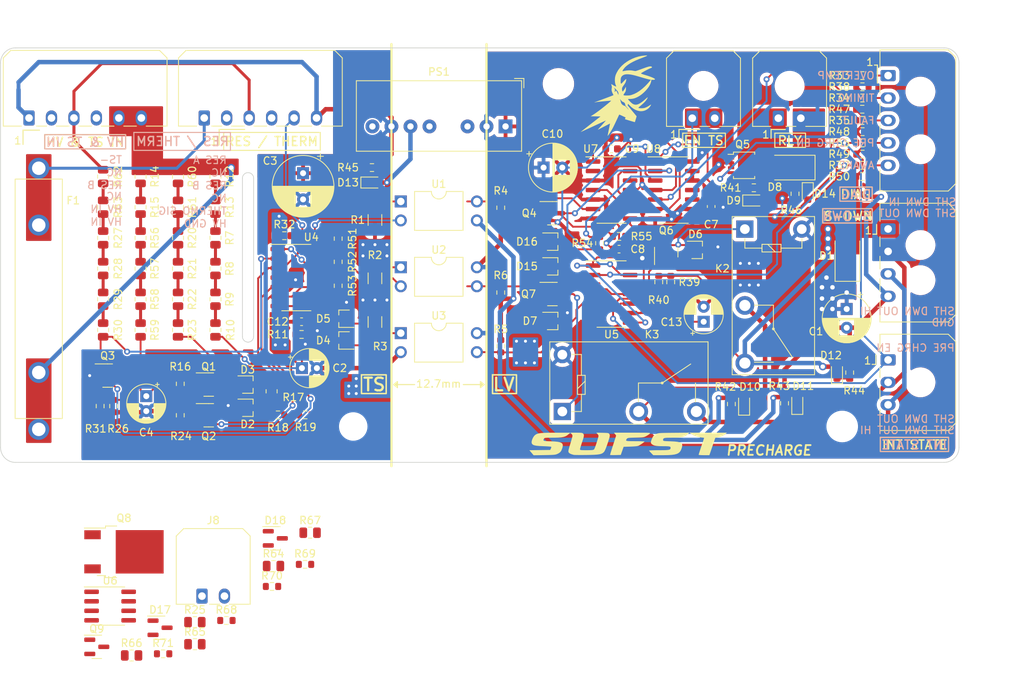
<source format=kicad_pcb>
(kicad_pcb (version 20211014) (generator pcbnew)
  (layers (0 "F.Cu" signal) (31 "B.Cu" signal) (34 "B.Paste" user) (35 "F.Paste" user) (36 "B.SilkS" user "B.Silkscreen") (37 "F.SilkS" user "F.Silkscreen") (38 "B.Mask" user) (39 "F.Mask" user) (44 "Edge.Cuts" user))
  (net 0 "")
  (net 1 "Net-(C2-Pad1)")
  (net 2 "GND")
  (net 3 "+12V")
  (net 4 "/HV side/HV_IN")
  (net 5 "/LV side/SHUTDOWN_IN")
  (net 7 "Net-(D2-Pad3)")
  (net 8 "Net-(D3-Pad1)")
  (net 10 "/HV side/~{TIMING_FAULT_OC}")
  (net 12 "Net-(D4-Pad3)")
  (net 14 "Net-(D5-Pad3)")
  (net 15 "Net-(D6-Pad1)")
  (net 17 "Net-(D7-Pad1)")
  (net 19 "/HV_GND")
  (net 20 "/LV side/RELAY-")
  (net 21 "/LV side/RELAY+")
  (net 22 "Net-(D9-Pad1)")
  (net 23 "Net-(D10-Pad1)")
  (net 24 "/LV side/SHUTDOWN_OUT_HIGH")
  (net 25 "Net-(D11-Pad1)")
  (net 26 "/LV side/SHUTDOWN_OUT")
  (net 27 "Net-(D12-Pad1)")
  (net 28 "Net-(D13-Pad1)")
  (net 29 "Net-(D14-Pad1)")
  (net 30 "/LV side/FAULT")
  (net 31 "/HV side/TS-")
  (net 32 "/HV side/RESISTOR_B")
  (net 33 "/HV_+12V")
  (net 34 "/LV side/OVERTEMP_FAULT")
  (net 35 "/LV side/TIMING_FAULT_OUT")
  (net 36 "/LV side/PRECHARGE_ENABLED")
  (net 37 "/LV side/AWAKE")
  (net 38 "Net-(C4-Pad1)")
  (net 39 "/LV side/GND")
  (net 40 "Net-(Q1-Pad2)")
  (net 41 "Net-(Q2-Pad2)")
  (net 42 "Net-(Q3-Pad1)")
  (net 43 "Net-(Q3-Pad2)")
  (net 44 "Net-(Q6-Pad1)")
  (net 45 "/LV side/CHARGED")
  (net 46 "Net-(R2-Pad2)")
  (net 47 "/LV side/~{TIMING_FAULT}")
  (net 48 "Net-(R7-Pad2)")
  (net 49 "Net-(R8-Pad1)")
  (net 50 "Net-(R10-Pad2)")
  (net 51 "Net-(R12-Pad2)")
  (net 52 "Net-(R13-Pad1)")
  (net 53 "Net-(R14-Pad2)")
  (net 54 "Net-(R17-Pad2)")
  (net 55 "Net-(R18-Pad2)")
  (net 56 "Net-(R20-Pad2)")
  (net 57 "Net-(R21-Pad1)")
  (net 58 "Net-(R22-Pad2)")
  (net 59 "Net-(R27-Pad2)")
  (net 60 "Net-(R28-Pad1)")
  (net 61 "Net-(R29-Pad2)")
  (net 62 "/HV side/~{CHARGED}")
  (net 63 "Net-(C13-Pad1)")
  (net 64 "Net-(D15-Pad1)")
  (net 66 "/LV side/POR")
  (net 67 "Net-(U5-Pad6)")
  (net 68 "Net-(U5-Pad13)")
  (net 74 "Net-(D16-Pad3)")
  (net 75 "Net-(J6-Pad1)")
  (net 76 "Net-(J6-Pad2)")
  (net 77 "Net-(J6-Pad3)")
  (net 78 "Net-(J6-Pad4)")
  (net 79 "Net-(J6-Pad5)")
  (net 80 "Net-(R15-Pad1)")
  (net 81 "/LV side/~{TS_ENABLED}")
  (net 82 "Net-(R1-Pad1)")
  (net 83 "/LV side/OVERTEMP_FAULT_OUT")
  (net 84 "Net-(R20-Pad1)")
  (net 85 "Net-(R27-Pad1)")
  (net 86 "/LV side/ENABLE_TS")
  (net 87 "/HV side/OVERTEMP_FAULT")
  (net 88 "Net-(R52-Pad2)")
  (net 89 "Net-(R56-Pad2)")
  (net 90 "Net-(R57-Pad1)")
  (net 91 "Net-(R58-Pad2)")
  (net 92 "Net-(R60-Pad2)")
  (net 93 "Net-(R62-Pad2)")
  (net 94 "/HV side/RESISTOR_A")
  (net 95 "/HV side/THERMOCOUPLE_SIG")
  (net 101 "/Indicator Light/TS-")
  (net 103 "Net-(D17-Pad3)")
  (net 105 "Net-(D18-Pad3)")
  (net 106 "Net-(J8-Pad1)")
  (net 107 "Net-(J8-Pad2)")
  (net 108 "/Indicator Light/TS+")
  (net 109 "Net-(Q9-Pad1)")
  (net 110 "Net-(Q9-Pad3)")
  (net 111 "Net-(R25-Pad1)")
  (net 112 "Net-(R64-Pad2)")
  (net 113 "Net-(R65-Pad1)")
  (net 114 "Net-(R66-Pad2)")
  (net 115 "Net-(R69-Pad1)")
  (footprint "Resistor_SMD:R_0603_1608Metric" (layer "F.Cu") (at 241.1 93.6)
    (fp_text reference "R50")
    (fp_text value "1.5k")
  )
  (footprint "Package_TO_SOT_SMD:SOT-23" (layer "F.Cu") (at 140.3 120.2)
    (fp_text reference "Q3")
    (fp_text value "BC856")
  )
  (footprint "Package_TO_SOT_SMD:SOT-323_SC-70" (layer "F.Cu") (at 159 124.5)
    (fp_text reference "D2")
    (fp_text value "BAT54W")
  )
  (footprint "Resistor_SMD:R_0603_1608Metric" (layer "F.Cu") (at 175.6 92.4)
    (fp_text reference "R45")
    (fp_text value "3.3k")
  )
  (footprint "Resistor_SMD:R_0603_1608Metric" (layer "F.Cu") (at 215.5 107.7 -90)
    (fp_text reference "R39")
    (fp_text value "100k")
  )
  (footprint "Capacitor_SMD:C_0603_1608Metric" (layer "F.Cu") (at 207.6 89.9 180)
    (fp_text reference "C9")
    (fp_text value "100n")
  )
  (footprint "footprints:Molex_Micro-Fit_3.0_43650-0200_1x02_P3.00mm_Horizontal" (layer "F.Cu") (at 229.875 85.8)
    (fp_text reference "J3" hide)
    (fp_text value "Conn_01x02")
  )
  (footprint "Resistor_SMD:R_0603_1608Metric" (layer "F.Cu") (at 241.075 84.6)
    (fp_text reference "R47")
    (fp_text value "1.5k")
  )
  (footprint "Capacitor_SMD:C_0603_1608Metric" (layer "F.Cu") (at 208.6 103.3 180)
    (fp_text reference "C8")
    (fp_text value "100n")
  )
  (footprint "Resistor_SMD:R_1206_3216Metric" (layer "F.Cu") (at 176 113.0375 90)
    (fp_text reference "R3")
    (fp_text value "1k")
  )
  (footprint "Package_TO_SOT_SMD:SOT-23" (layer "F.Cu") (at 214.9 103.7 90)
    (fp_text reference "Q6")
    (fp_text value "XP262N7002TR-G")
  )
  (footprint "Resistor_SMD:R_0805_2012Metric" (layer "F.Cu") (at 149.7 110 -90)
    (fp_text reference "R22")
    (fp_text value "453k")
  )
  (footprint "Resistor_SMD:R_0805_2012Metric" (layer "F.Cu") (at 144.7 101.8 -90)
    (fp_text reference "R56")
    (fp_text value "453k")
  )
  (footprint "Resistor_SMD:R_0603_1608Metric" (layer "F.Cu") (at 241.1 80.1)
    (fp_text reference "R33")
    (fp_text value "1k")
  )
  (footprint "footprints:Molex_Micro-Fit_3.0_43650-0500_1x05_P3.00mm_Horizontal" (layer "F.Cu") (at 244.53 80.1 -90)
    (fp_text reference "J6" hide)
    (fp_text value "Conn_01x05")
  )
  (footprint "Capacitor_THT:CP_Radial_D8.0mm_P3.50mm" (layer "F.Cu") (at 166.4 93.147349 -90)
    (fp_text reference "C3")
    (fp_text value "22u")
  )
  (footprint "Package_TO_SOT_SMD:SOT-23" (layer "F.Cu") (at 138.85 156.45)
    (fp_text reference "Q9")
    (fp_text value "XP262N7002TR-G")
  )
  (footprint "Resistor_SMD:R_0603_1608Metric" (layer "F.Cu") (at 171.09 108.195 -90)
    (fp_text reference "R53")
    (fp_text value "1k")
  )
  (footprint "Resistor_SMD:R_0805_2012Metric" (layer "F.Cu") (at 162.2 122.3 -90)
    (fp_text reference "R17")
    (fp_text value "105k")
  )
  (footprint "Resistor_SMD:R_0603_1608Metric" (layer "F.Cu") (at 166.66 145.43)
    (fp_text reference "R69")
    (fp_text value "900k")
  )
  (footprint "Package_TO_SOT_SMD:LFPAK33" (layer "F.Cu") (at 225.095 92.1)
    (fp_text reference "Q5")
    (fp_text value "BUK7M9R5-40H")
  )
  (footprint "Resistor_SMD:R_0805_2012Metric" (layer "F.Cu") (at 154.7 97.7 90)
    (fp_text reference "R13")
    (fp_text value "453k")
  )
  (footprint "Package_SO:SOIC-14_3.9x8.7mm_P1.27mm" (layer "F.Cu") (at 207.6 95.4)
    (fp_text reference "U7")
    (fp_text value "4013")
  )
  (footprint "footprints:sufst-text" (layer "F.Cu") (at 209.8 129.3)
    (fp_text reference "G***" hide)
    (fp_text value "LOGO" hide)
  )
  (footprint "Package_TO_SOT_SMD:SOT-323_SC-70" (layer "F.Cu") (at 199.7 112.9)
    (fp_text reference "D7")
    (fp_text value "BAT54W")
  )
  (footprint "Resistor_SMD:R_0603_1608Metric" (layer "F.Cu") (at 150 125.5 90)
    (fp_text reference "R24")
    (fp_text value "100k")
  )
  (footprint "Package_SO:SOIC-14_3.9x8.7mm_P1.27mm" (layer "F.Cu") (at 207.6 109.3)
    (fp_text reference "U5")
    (fp_text value "40106")
  )
  (footprint "Capacitor_SMD:C_0603_1608Metric" (layer "F.Cu") (at 166.2 113)
    (fp_text reference "C12")
    (fp_text value "100n")
  )
  (footprint "Resistor_SMD:R_1206_3216Metric" (layer "F.Cu") (at 176 107.2 90)
    (fp_text reference "R2")
    (fp_text value "1k")
  )
  (footprint "Resistor_SMD:R_0603_1608Metric" (layer "F.Cu") (at 208.6 101.6 180)
    (fp_text reference "R55")
    (fp_text value "10k")
  )
  (footprint "Resistor_SMD:R_0603_1608Metric" (layer "F.Cu") (at 166.7 125.45)
    (fp_text reference "R19")
    (fp_text value "31.6k")
  )
  (footprint "Resistor_SMD:R_0805_2012Metric" (layer "F.Cu") (at 139.7 101.8 -90)
    (fp_text reference "R27")
    (fp_text value "453k")
  )
  (footprint "Resistor_SMD:R_0603_1608Metric" (layer "F.Cu") (at 230.7 123.9 90)
    (fp_text reference "R43")
    (fp_text value "3.3k")
  )
  (footprint "Resistor_SMD:R_0603_1608Metric" (layer "F.Cu") (at 163.05 125.45)
    (fp_text reference "R18")
    (fp_text value "82")
  )
  (footprint "Package_TO_SOT_SMD:SOT-23" (layer "F.Cu") (at 199.7 98.5)
    (fp_text reference "Q4")
    (fp_text value "BC846")
  )
  (footprint "Capacitor_THT:CP_Radial_D5.0mm_P2.00mm" (layer "F.Cu") (at 219.9 113 90)
    (fp_text reference "C13")
    (fp_text value "4.7u")
  )
  (footprint "Diode_SMD:D_SMA" (layer "F.Cu") (at 231.375 92.4 180)
    (fp_text reference "D8")
    (fp_text value "SS14+")
  )
  (footprint "Resistor_SMD:R_0603_1608Metric" (layer "F.Cu") (at 166.2 114.7)
    (fp_text reference "R11")
    (fp_text value "33k")
  )
  (footprint "Resistor_SMD:R_0805_2012Metric" (layer "F.Cu") (at 154.7 105.9 90)
    (fp_text reference "R8")
    (fp_text value "453k")
  )
  (footprint "Resistor_SMD:R_0805_2012Metric" (layer "F.Cu") (at 151.95 156.1)
    (fp_text reference "R65")
    (fp_text value "200k")
  )
  (footprint "Package_SO:SOIC-14_3.9x8.7mm_P1.27mm" (layer "F.Cu") (at 165.5 107.1)
    (fp_text reference "U4")
    (fp_text value "TLV274")
  )
  (footprint "Capacitor_THT:CP_Radial_D6.3mm_P2.50mm" (layer "F.Cu") (at 239 111.3 -90)
    (fp_text reference "C1")
    (fp_text value "100u")
  )
  (footprint "Package_TO_SOT_SMD:SOT-23" (layer "F.Cu") (at 153.8 121.4)
    (fp_text reference "Q1")
    (fp_text value "BC856")
  )
  (footprint "Resistor_SMD:R_0603_1608Metric" (layer "F.Cu") (at 213.9 107.7 90)
    (fp_text reference "R40")
    (fp_text value "100k")
  )
  (footprint "footprints:PCH-112L2MH" (layer "F.Cu") (at 225.4 100.625 -90)
    (fp_text reference "K2")
    (fp_text value "G5Q-1EU DC12")
  )
  (footprint "Resistor_SMD:R_0603_1608Metric" (layer "F.Cu") (at 241.1 87.6)
    (fp_text reference "R48")
    (fp_text value "1.5k")
  )
  (footprint "Resistor_SMD:R_0805_2012Metric" (layer "F.Cu") (at 154.7 93.6 -90)
    (fp_text reference "R12")
    (fp_text value "453k")
  )
  (footprint "footprints:fuseholder" (layer "F.Cu") (at 131.1 127.385 90)
    (fp_text reference "F1")
    (fp_text value "Fuse")
  )
  (footprint "Resistor_SMD:R_0603_1608Metric" (layer "F.Cu") (at 139.3 124.275 90)
    (fp_text reference "R31")
    (fp_text value "100k")
  )
  (footprint "Resistor_SMD:R_0805_2012Metric" (layer "F.Cu") (at 139.7 105.9 90)
    (fp_text reference "R28")
    (fp_text value "453k")
  )
  (footprint "Package_TO_SOT_SMD:SOT-323_SC-70" (layer "F.Cu") (at 219 103.4)
    (fp_text reference "D6")
    (fp_text value "BAT54W")
  )
  (footprint "footprints:Molex_Micro-Fit_3.0_43650-0400_1x04_P3.00mm_Horizontal" (layer "F.Cu") (at 244.53 100.6 -90)
    (fp_text reference "J4" hide)
    (fp_text value "Conn_01x04")
  )
  (footprint "Resistor_SMD:R_1206_3216Metric" (layer "F.Cu") (at 176 99.4 -90)
    (fp_text reference "R1")
    (fp_text value "1k")
  )
  (footprint "Resistor_SMD:R_0603_1608Metric" (layer "F.Cu") (at 150 121.3 -90)
    (fp_text reference "R16")
    (fp_text value "33k")
  )
  (footprint "footprints:PCH-112L2MH" (layer "F.Cu") (at 201.025 125)
    (fp_text reference "K3")
    (fp_text value "G5Q-1EU DC12")
  )
  (footprint "Resistor_SMD:R_0603_1608Metric" (layer "F.Cu") (at 241.1 90.6)
    (fp_text reference "R49")
    (fp_text value "1.5k")
  )
  (footprint "Package_TO_SOT_SMD:SOT-323_SC-70" (layer "F.Cu") (at 171.9 115.5 180)
    (fp_text reference "D4")
    (fp_text value "BAT54W")
  )
  (footprint "Diode_SMD:D_SMA" (layer "F.Cu") (at 239.1 104.2 90)
    (fp_text reference "D1")
    (fp_text value "SS14+")
  )
  (footprint "Capacitor_THT:CP_Radial_D6.3mm_P2.50mm" (layer "F.Cu") (at 198.517621 92.4)
    (fp_text reference "C10")
    (fp_text value "100u")
  )
  (footprint "Package_TO_SOT_SMD:SOT-23" (layer "F.Cu") (at 147.3 153.9)
    (fp_text reference "D17")
    (fp_text value "BZX84C12L")
  )
  (footprint "Resistor_SMD:R_0805_2012Metric" (layer "F.Cu") (at 139.7 110 -90)
    (fp_text reference "R29")
    (fp_text value "453k")
  )
  (footprint "Package_TO_SOT_SMD:SOT-23" (layer "F.Cu") (at 199.7 109.3)
    (fp_text reference "Q7")
    (fp_text value "XP262N7002TR-G")
  )
  (footprint "Package_TO_SOT_SMD:SOT-323_SC-70" (layer "F.Cu") (at 159 121.4)
    (fp_text reference "D3")
    (fp_text value "BAT54W")
  )
  (footprint "Resistor_SMD:R_0603_1608Metric" (layer "F.Cu") (at 141.1 124.275 -90)
    (fp_text reference "R26")
    (fp_text value "33k")
  )
  (footprint "Resistor_SMD:R_0805_2012Metric" (layer "F.Cu") (at 139.7 114.1 90)
    (fp_text reference "R30")
    (fp_text value "453k")
  )
  (footprint "Resistor_SMD:R_0805_2012Metric" (layer "F.Cu") (at 143.5 157.6)
    (fp_text reference "R66")
    (fp_text value "200k")
  )
  (footprint "Capacitor_THT:CP_Radial_D5.0mm_P2.00mm" (layer "F.Cu") (at 145.4625 122.944888 -90)
    (fp_text reference "C4")
    (fp_text value "3.3u")
  )
  (footprint "Resistor_SMD:R_0805_2012Metric" (layer "F.Cu") (at 149.7 105.9 90)
    (fp_text reference "R21")
    (fp_text value "453k")
  )
  (footprint "LED_SMD:LED_0603_1608Metric" (layer "F.Cu") (at 175.6 94.4)
    (fp_text reference "D13")
    (fp_text value "LED")
  )
  (footprint "Resistor_SMD:R_0603_1608Metric" (layer "F.Cu") (at 241.1 92.1)
    (fp_text reference "R37")
    (fp_text value "1k")
  )
  (footprint "Resistor_SMD:R_0805_2012Metric" (layer "F.Cu") (at 144.7 110 -90)
    (fp_text reference "R58")
    (fp_text value "453k")
  )
  (footprint "Resistor_SMD:R_0805_2012Metric" (layer "F.Cu") (at 154.7 101.8 -90)
    (fp_text reference "R7")
    (fp_text value "453k")
  )
  (footprint "Resistor_SMD:R_0603_1608Metric" (layer "F.Cu") (at 206 102.5 -90)
    (fp_text reference "R54")
    (fp_text value "10k")
  )
  (footprint "Resistor_SMD:R_0805_2012Metric" (layer "F.Cu") (at 167.34 141.2)
    (fp_text reference "R67")
    (fp_text value "200k")
  )
  (footprint "Package_SO:SOIC-14_3.9x8.7mm_P1.27mm" (layer "F.Cu") (at 215.9 95.4)
    (fp_text reference "U8")
    (fp_text value "4071")
  )
  (footprint "Package_TO_SOT_SMD:SOT-23" (layer "F.Cu") (at 153.8 125.5)
    (fp_text reference "Q2")
    (fp_text value "BC856")
  )
  (footprint "Capacitor_SMD:C_0603_1608Metric" (layer "F.Cu") (at 220.9 97.6 -90)
    (fp_text reference "C7")
    (fp_text value "100n")
  )
  (footprint "Resistor_SMD:R_0603_1608Metric" (layer "F.Cu") (at 241.075 86.1)
    (fp_text reference "R35")
    (fp_text value "1k")
  )
  (footprint "Resistor_SMD:R_0805_2012Metric" (layer "F.Cu") (at 149.7 101.8 -90)
    (fp_text reference "R20")
    (fp_text value "453k")
  )
  (footprint "Resistor_SMD:R_0603_1608Metric" (layer "F.Cu") (at 241.1 83.1)
    (fp_text reference "R34")
    (fp_text value "1k")
  )
  (footprint "Capacitor_THT:CP_Radial_D5.0mm_P2.00mm" (layer "F.Cu") (at 166.244888 119.2)
    (fp_text reference "C2")
    (fp_text value "10u")
  )
  (footprint "MountingHole:MountingHole_3.2mm_M3" (layer "F.Cu") (at 173.1 127)
    (fp_text reference "H1" hide)
    (fp_text value "MountingHole")
  )
  (footprint "Resistor_SMD:R_0805_2012Metric" (layer "F.Cu") (at 154.7 114.1 90)
    (fp_text reference "R10")
    (fp_text value "453k")
  )
  (footprint "Resistor_SMD:R_0603_1608Metric" (layer "F.Cu") (at 163.9 101.5 180)
    (fp_text reference "R32")
    (fp_text value "5.1M")
  )
  (footprint "Resistor_SMD:R_0603_1608Metric" (layer "F.Cu") (at 241.1 81.6)
    (fp_text reference "R38")
    (fp_text value "1.5k")
  )
  (footprint "MountingHole:MountingHole_3.2mm_M3" (layer "F.Cu") (at 238.4 127)
    (fp_text reference "H3" hide)
    (fp_text value "MountingHole")
  )
  (footprint "MountingHole:MountingHole_3.2mm_M3" (layer "F.Cu") (at 200.5 81.2)
    (fp_text reference "H2" hide)
    (fp_text value "MountingHole")
  )
  (footprint "LED_SMD:LED_0603_1608Metric" (layer "F.Cu") (at 232.4 123.9 90)
    (fp_text reference "D11")
    (fp_text value "LED")
  )
  (footprint "Package_TO_SOT_SMD:SOT-323_SC-70" (layer "F.Cu") (at 199.7 102.3)
    (fp_text reference "D16")
    (fp_text value "BAT54W")
  )
  (footprint "Package_TO_SOT_SMD:SOT-323_SC-70" (layer "F.Cu") (at 171.9 112.6 180)
    (fp_text reference "D5")
    (fp_text value "BAT54W")
  )
  (footprint "Resistor_SMD:R_0603_1608Metric" (layer "F.Cu") (at 147.71 157.38)
    (fp_text reference "R71")
    (fp_text value "4.7k")
  )
  (footprint "Resistor_SMD:R_0603_1608Metric" (layer "F.Cu") (at 171.09 101.895 -90)
    (fp_text reference "R51")
    (fp_text value "470k")
  )
  (footprint "footprints:Molex_Micro-Fit_3.0_43650-0200_1x02_P3.00mm_Horizontal" (layer "F.Cu") (at 218.375 85.8)
    (fp_text reference "J7" hide)
    (fp_text value "Conn_01x02")
  )
  (footprint "Resistor_SMD:R_0805_2012Metric" (layer "F.Cu") (at 139.7 97.7 90)
    (fp_text reference "R63")
    (fp_text value "453k")
  )
  (footprint "footprints:Molex_Micro-Fit_3.0_43650-0200_1x02_P3.00mm_Horizontal" (layer "F.Cu") (at 152.9 149.67)
    (fp_text reference "J8")
    (fp_text value "LED")
  )
  (footprint "Resistor_SMD:R_0603_1608Metric" (layer "F.Cu") (at 156.16 152.93)
    (fp_text reference "R68")
    (fp_text value "470")
  )
  (footprint "footprints:DIP-4_W10.16mm" (layer "F.Cu") (at 179.45 105.725)
    (fp_text reference "U2")
    (fp_text value "140817141410")
  )
  (footprint "Resistor_SMD:R_0805_2012Metric" (layer "F.Cu") (at 149.7 93.6 -90)
    (fp_text reference "R60")
    (fp_text value "453k")
  )
  (footprint "Resistor_SMD:R_0805_2012Metric" (layer "F.Cu") (at 154.7 110 -90)
    (fp_text reference "R9")
    (fp_text value "453k")
  )
  (footprint "footprints:Molex_Micro-Fit_3.0_43650-0600_1x06_P3.00mm_Horizontal" (layer "F.Cu") (at 153.2 85.77)
    (fp_text reference "J1" hide)
    (fp_text value "Conn_01x06")
  )
  (footprint "Resistor_SMD:R_0603_1608Metric" (layer "F.Cu") (at 171.09 104.995 -90)
    (fp_text reference "R52")
    (fp_text value "47k")
  )
  (footprint "Resistor_SMD:R_0603_1608Metric" (layer "F.Cu") (at 192.8 97.765 90)
    (fp_text reference "R4")
    (fp_text value "10k")
  )
  (footprint "LED_SMD:LED_0603_1608Metric" (layer "F.Cu") (at 226.6 96.8)
    (fp_text reference "D9")
    (fp_text value "LED")
  )
  (footprint "Resistor_SMD:R_0603_1608Metric" (layer "F.Cu") (at 239.4 119.8 90)
    (fp_text reference "R44")
    (fp_text value "3.3k")
  )
  (footprint "Resistor_SMD:R_0805_2012Metric" (layer "F.Cu") (at 144.7 93.6 -90)
    (fp_text reference "R14")
    (fp_text value "453k")
  )
  (footprint "Resistor_SMD:R_0805_2012Metric" (layer "F.Cu") (at 162.45 145.65)
    (fp_text reference "R64")
    (fp_text value "200k")
  )
  (footprint "footprints:Molex_Micro-Fit_3.0_43650-0300_1x03_P3.00mm_Horizontal" (layer "F.Cu") (at 244.53 118.1 -90)
    (fp_text reference "J5" hide)
    (fp_text value "Conn_01x03")
  )
  (footprint "Package_SO:SOIC-8_3.9x4.9mm_P1.27mm" (layer "F.Cu") (at 140.63 151)
    (fp_text reference "U6")
    (fp_text value "OP777")
  )
  (footprint "footprints:DIP-4_W10.16mm" (layer "F.Cu") (at 179.45 96.925)
    (fp_text reference "U1")
    (fp_text value "140817141410")
  )
  (footprint "footprints:stag-logo" (layer "F.Cu") (at 208.4 82.8)
    (fp_text reference "G***" hide)
    (fp_text value "LOGO" hide)
  )
  (footprint "Resistor_SMD:R_0805_2012Metric" (layer "F.Cu") (at 144.7 105.9 90)
    (fp_text reference "R57")
    (fp_text value "453k")
  )
  (footprint "Resistor_SMD:R_0805_2012Metric" (layer "F.Cu") (at 139.7 93.6 -90)
    (fp_text reference "R62")
    (fp_text value "453k")
  )
  (footprint "Resistor_SMD:R_0603_1608Metric" (layer "F.Cu") (at 162.25 148.38)
    (fp_text reference "R70")
    (fp_text value "110k")
  )
  (footprint "Resistor_SMD:R_0805_2012Metric" (layer "F.Cu") (at 149.7 97.7 90)
    (fp_text reference "R61")
    (fp_text value "453k")
  )
  (footprint "Resistor_SMD:R_0603_1608Metric" (layer "F.Cu") (at 232.1 95.9 -90)
    (fp_text reference "R46")
    (fp_text value "3.3k")
  )
  (footprint "LED_SMD:LED_0603_1608Metric" (layer "F.Cu") (at 237.7 119.8 90)
    (fp_text reference "D12")
    (fp_text value "LED")
  )
  (footprint "Resistor_SMD:R_0805_2012Metric" (layer "F.Cu") (at 149.7 114.1 90)
    (fp_text reference "R23")
    (fp_text value "348k")
  )
  (footprint "LED_SMD:LED_0603_1608Metric" (layer "F.Cu") (at 225.3 124 90)
    (fp_text reference "D10")
    (fp_text value "LED")
  )
  (footprint "Resistor_SMD:R_0805_2012Metric" (layer "F.Cu") (at 144.7 97.7 90)
    (fp_text reference "R15")
    (fp_text value "453k")
  )
  (footprint "Package_TO_SOT_SMD:SOT-323_SC-70" (layer "F.Cu") (at 199.7 105.6)
    (fp_text reference "D15")
    (fp_text value "BAT54W")
  )
  (footprint "footprints:DIP-4_W10.16mm" (layer "F.Cu") (at 179.45 114.525)
    (fp_text reference "U3")
    (fp_text value "140817141410")
  )
  (footprint "Resistor_SMD:R_0805_2012Metric" (layer "F.Cu") (at 144.7 114.1 90)
    (fp_text reference "R59")
    (fp_text value "453k")
  )
  (footprint "footprints:Molex_Micro-Fit_3.0_43650-0600_1x06_P3.00mm_Horizontal" (layer "F.Cu") (at 129.8 85.77)
    (fp_text reference "J2" hide)
    (fp_text value "Conn_01x06")
  )
  (footprint "Package_TO_SOT_SMD:TO-252-2" (layer "F.Cu") (at 142.48 143.75)
    (fp_text reference "Q8")
    (fp_text value "FQD1N80TM")
  )
  (footprint "Resistor_SMD:R_0603_1608Metric" (layer "F.Cu") (at 192.8 109.1 -90)
    (fp_text reference "R6")
    (fp_text value "10k")
  )
  (footprint "Resistor_SMD:R_0603_1608Metric" (layer "F.Cu") (at 192.8 116.275 90)
    (fp_text reference "R5")
    (fp_text value "10k")
  )
  (footprint "LED_SMD:LED_0603_1608Metric" (layer "F.Cu") (at 233.8 95.9 -90)
    (fp_text reference "D14")
    (fp_text value "LED")
  )
  (footprint "Resistor_SMD:R_0603_1608Metric" (layer "F.Cu") (at 226.6 95.1)
    (fp_text reference "R41")
    (fp_text value "3.3k")
  )
  (footprint "Resistor_SMD:R_0805_2012Metric" (layer "F.Cu") (at 151.95 153.15)
    (fp_text reference "R25")
    (fp_text value "200k")
  )
  (footprint "Resistor_SMD:R_0603_1608Metric" (layer "F.Cu") (at 223.6 124 90)
    (fp_text reference "R42")
    (fp_text value "3.3k")
  )
  (footprint "footprints:MPWF1212S-3W" (layer "F.Cu") (at 193.44 86.9 -90)
    (fp_text reference "PS1")
    (fp_text value "MPWF1212S-3W")
  )
  (footprint "Resistor_SMD:R_0603_1608Metric" (layer "F.Cu") (at 241.1 89.1)
    (fp_text reference "R36")
    (fp_text value "1k")
  )
  (footprint "Package_TO_SOT_SMD:SOT-23" (layer "F.Cu") (at 162.69 141.95)
    (fp_text reference "D18")
    (fp_text value "BZX84C6V2L")
  )
  (footprint "NetTie:NetTie-2_SMD_Pad0.5mm" (layer "B.Cu") (at 235.1 84.5 90)
    (fp_text reference "NT2" hide)
    (fp_text value "NetTie_2")
  )
  (footprint "NetTie:NetTie-2_SMD_Pad0.5mm" (layer "B.Cu") (at 128.4 81.5 -90)
    (fp_text reference "NT1" hide)
    (fp_text value "NetTie_2" hide)
  )
  (gr_rect (start 131.9 89.9) (end 142.7 88) (layer "B.SilkS") (width 0.15) (fill none))
  (gr_rect (start 143.8 90.1) (end 156.7 87.7) (layer "B.SilkS") (width 0.15) (fill none))
  (gr_rect (start 238.1 96.9) (end 242.4 95) (layer "B.SilkS") (width 0.15) (fill none))
  (gr_rect (start 243.5 130.35) (end 252.6 128.45) (layer "B.SilkS") (width 0.15) (fill none))
  (gr_rect (start 235.8 99.8) (end 242.4 97.9) (layer "B.SilkS") (width 0.15) (fill none))
  (gr_line (start 242.9 118.7) (end 242.9 117.4) (layer "F.SilkS") (width 0.15))
  (gr_rect (start 235.8 97.9) (end 242.4 99.8) (layer "F.SilkS") (width 0.15) (fill none))
  (gr_line (start 242.7 78.7) (end 243.1 78.7) (layer "F.SilkS") (width 0.15))
  (gr_line (start 230.8 87.3) (end 228.9 87.3) (layer "F.SilkS") (width 0.15))
  (gr_line (start 131.2 87.4) (end 129 87.4) (layer "F.SilkS") (width 0.15))
  (gr_rect (start 131.9 88) (end 142.7 89.9) (layer "F.SilkS") (width 0.15) (fill none))
  (gr_rect (start 191.7 120.1) (end 194.9 122.6) (layer "F.SilkS") (width 0.2) (fill none))
  (gr_line (start 219.4 87.3) (end 216.6 87.3) (layer "F.SilkS") (width 0.15))
  (gr_line (start 243.1 78.7) (end 243.1 81.1) (layer "F.SilkS") (width 0.15))
  (gr_line (start 129 87.4) (end 129 89.3) (layer "F.SilkS") (width 0.15))
  (gr_line (start 158.6 87.3) (end 155.2 87.3) (layer "F.SilkS") (width 0.15))
  (gr_rect (start 155.8 87.7) (end 168.7 90.1) (layer "F.SilkS") (width 0.15) (fill none))
  (gr_line (start 155.2 87.3) (end 155.2 89.4) (layer "F.SilkS") (width 0.15))
  (gr_line (start 187.8 121.4) (end 190.1 121.4) (layer "F.SilkS") (width 0.15))
  (gr_line (start 243 101.3) (end 243 100) (layer "F.SilkS") (width 0.15))
  (gr_rect (start 217.1 87.8) (end 222.8 89.7) (layer "F.SilkS") (width 0.15) (fill none))
  (gr_rect (start 229.4 87.8) (end 233.5 89.7) (layer "F.SilkS") (width 0.15) (fill none))
  (gr_line (start 190.9 75.9) (end 190.9 132.3) (layer "F.SilkS") (width 0.3))
  (gr_line (start 228.9 87.3) (end 228.9 88.5) (layer "F.SilkS") (width 0.15))
  (gr_line (start 242.5 101.3) (end 243 101.3) (layer "F.SilkS") (width 0.15))
  (gr_poly (pts (xy 190.582927 121.4) (xy 190.082927 121.8) (xy 190.082927 121)) (layer "F.SilkS") (width 0.15) (fill solid))
  (gr_line (start 181.3 121.4) (end 178.982927 121.4) (layer "F.SilkS") (width 0.15))
  (gr_line (start 242.4 118.7) (end 242.9 118.7) (layer "F.SilkS") (width 0.15))
  (gr_rect (start 238.1 95) (end 242.4 96.9) (layer "F.SilkS") (width 0.15) (fill none))
  (gr_line (start 216.6 87.3) (end 216.6 88.5) (layer "F.SilkS") (width 0.15))
  (gr_line (start 178.2 75.9) (end 178.2 132.3) (layer "F.SilkS") (width 0.3))
  (gr_rect (start 174.2 120.1) (end 177.5 122.6) (layer "F.SilkS") (width 0.2) (fill none))
  (gr_rect (start 243.5 128.45) (end 252.6 130.35) (layer "F.SilkS") (width 0.15) (fill none))
  (gr_poly (pts (xy 178.5 121.4) (xy 179 121) (xy 179 121.8)) (layer "F.SilkS") (width 0.15) (fill solid))
  (gr_line (start 254 129.8) (end 254 78.4) (layer "Edge.Cuts") (width 0.1))
  (gr_arc (start 126 78.4) (mid 126.585786 76.985786) (end 128 76.4) (layer "Edge.Cuts") (width 0.1))
  (gr_arc (start 252 76.4) (mid 253.414214 76.985786) (end 254 78.4) (layer "Edge.Cuts") (width 0.1))
  (gr_line (start 158.3 114.975) (end 158.3 93.825) (layer "Edge.Cuts") (width 0.1))
  (gr_line (start 252 76.4) (end 128 76.4) (layer "Edge.Cuts") (width 0.1))
  (gr_arc (start 159.8 114.975) (mid 159.58033 115.50533) (end 159.05 115.725) (layer "Edge.Cuts") (width 0.1))
  (gr_arc (start 158.3 93.825) (mid 158.51967 93.29467) (end 159.05 93.075) (layer "Edge.Cuts") (width 0.1))
  (gr_arc (start 128 131.8) (mid 126.585786 131.214214) (end 126 129.8) (layer "Edge.Cuts") (width 0.1))
  (gr_arc (start 159.05 115.725) (mid 158.51967 115.50533) (end 158.3 114.975) (layer "Edge.Cuts") (width 0.1))
  (gr_arc (start 254 129.8) (mid 253.414214 131.214214) (end 252 131.8) (layer "Edge.Cuts") (width 0.1))
  (gr_arc (start 159.05 93.075) (mid 159.58033 93.29467) (end 159.8 93.825) (layer "Edge.Cuts") (width 0.1))
  (gr_line (start 128 131.8) (end 252 131.8) (layer "Edge.Cuts") (width 0.1))
  (gr_line (start 126 78.4) (end 126 129.8) (layer "Edge.Cuts") (width 0.1))
  (gr_line (start 159.8 114.975) (end 159.8 93.825) (layer "Edge.Cuts") (width 0.1))
  (gr_text "THERMO SIG" (at 156.3 98.2) (layer "B.SilkS") (effects (font (size 1 1)) (justify left mirror)))
  (gr_text "OVERTEMP" (at 242.8 80.1) (layer "B.SilkS") (effects (font (size 1 1)) (justify left mirror)))
  (gr_text "GND" (at 253.5 113.1) (layer "B.SilkS") (effects (font (size 1 1)) (justify left mirror)))
  (gr_text "HV IN" (at 142.3 99.65) (layer "B.SilkS") (effects (font (size 1 1)) (justify left mirror)))
  (gr_text "SHT DWN OUT HI" (at 253.5 127.5) (layer "B.SilkS") (effects (font (size 1 1)) (justify left mirror)))
  (gr_text "NC" (at 156.3 96.5) (layer "B.SilkS") (effects (font (size 1 1)) (justify left mirror)))
  (gr_text "AWAKE" (at 242.8 92.1) (layer "B.SilkS") (effects (font (size 1 1)) (justify left mirror)))
  (gr_text "SHT DWN OUT" (at 253.7 98.5) (layer "B.SilkS") (effects (font (size 1 1)) (justify left mirror)))
  (gr_text "NC" (at 142.3 96.25) (layer "B.SilkS") (effects (font (size 1 1)) (justify left mirror)))
  (gr_text "INT STATE" (at 248 129.45) (layer "B.SilkS") (effects (font (size 1.2 1.2) (thickness 0.2)) (justify mirror)))
  (gr_text "HV & TS IN" (at 137.3 89) (layer "B.SilkS") (effects (font (size 1.2 1.2) (thickness 0.2)) (justify mirror)))
  (gr_text "HV IN" (at 142.3 97.95) (layer "B.SilkS") (effects (font (size 1 1)) (justify left mirror)))
  (gr_text "RES B" (at 156.3 94.8) (layer "B.SilkS") (effects (font (size 1 1)) (justify left mirror)))
  (gr_text "SHT DWN OUT" (at 253.5 126) (layer "B.SilkS") (effects (font (size 1 1)) (justify left mirror)))
  (gr_text "SHT DWN IN" (at 253.7 97) (layer "B.SilkS") (effects (font (size 1 1)) (justify left mirror)))
  (gr_text "TS-" (at 142.3 91.35) (layer "B.SilkS") (effects (font (size 1 1)) (justify left mirror)))
  (gr_text "RES B" (at 142.3 94.75) (layer "B.SilkS") (effects (font (size 1 1)) (justify left mirror)))
  (gr_text "TIMING" (at 242.8 83.1) (layer "B.SilkS") (effects (font (size 1 1)) (justify left mirror)))
  (gr_text "PRE CHRG EN" (at 242.8 89.1) (layer "B.SilkS") (effects (font (size 1 1)) (justify left mirror)))
  (gr_text "HV GND" (at 156.3 99.9) (layer "B.SilkS") (effects (font (size 1 1)) (justify left mirror)))
  (gr_text "NC" (at 156.3 93.1) (layer "B.SilkS") (effects (font (size 1 1)) (justify left mirror)))
  (gr_text "NC" (at 142.3 93.05) (layer "B.SilkS") (effects (font (size 1 1)) (justify left mirror)))
  (gr_text "PRE CHRG EN" (at 253.5 116.5) (layer "B.SilkS") (effects (font (size 1 1)) (justify left mirror)))
  (gr_text "FAULT" (at 242.8 86.1) (layer "B.SilkS") (effects (font (size 1 1)) (justify left mirror)))
  (gr_text "S-DWN" (at 239 98.9) (layer "B.SilkS") (effects (font (size 1.2 1.2) (thickness 0.2)) (justify mirror)))
  (gr_text "SHT DWN OUT HI" (at 253.5 111.6) (layer "B.SilkS") (effects (font (size 1 1)) (justify left mirror)))
  (gr_text "RES / THERM" (at 150.3 88.9) (layer "B.SilkS") (effects (font (size 1.2 1.2) (thickness 0.2)) (justify mirror)))
  (gr_text "DIAG" (at 240.3 96) (layer "B.SilkS") (effects (font (size 1.2 1.2) (thickness 0.2)) (justify mirror)))
  (gr_text "RES A" (at 156.3 91.4) (layer "B.SilkS") (effects (font (size 1 1)) (justify left mirror)))
  (gr_text "1" (at 242.1 78.3) (layer "F.SilkS") (effects (font (size 1 1))))
  (gr_text "LV" (at 193.2 121.4) (layer "F.SilkS") (effects (font (size 1.7 1.7) (thickness 0.3))))
  (gr_text "TS" (at 175.9 121.4) (layer "F.SilkS") (effects (font (size 1.7 1.7) (thickness 0.3))))
  (gr_text "1" (at 241.8 118.2) (layer "F.SilkS") (effects (font (size 1 1))))
  (gr_text "RLY" (at 231.4 88.8) (layer "F.SilkS") (effects (font (size 1.2 1.2) (thickness 0.2))))
  (gr_text "1" (at 228.2 88) (layer "F.SilkS") (effects (font (size 1 1))))
  (gr_text "1" (at 241.9 100.8) (layer "F.SilkS") (effects (font (size 1 1))))
  (gr_text "EN TS" (at 219.9 88.8) (layer "F.SilkS") (effects (font (size 1.2 1.2) (thickness 0.2))))
  (gr_text "HV & TS IN" (at 137.3 89) (layer "F.SilkS") (effects (font (size 1.2 1.2) (thickness 0.2))))
  (gr_text "RES / THERM" (at 162.2 88.9) (layer "F.SilkS") (effects (font (size 1.2 1.2) (thickness 0.2))))
  (gr_text "12.7mm" (at 184.5 121.3) (layer "F.SilkS") (effects (font (size 1 1))))
  (gr_text "1" (at 215.9 88) (layer "F.SilkS") (effects (font (size 1 1))))
  (gr_text "1" (at 128.3 88.8) (layer "F.SilkS") (effects (font (size 1 1))))
  (gr_text "1" (at 154.5 88.9) (layer "F.SilkS") (effects (font (size 1 1))))
  (gr_text "DIAG" (at 240.2 96) (layer "F.SilkS") (effects (font (size 1.2 1.2) (thickness 0.2))))
  (gr_text "S-DWN" (at 239.2 98.9) (layer "F.SilkS") (effects (font (size 1.2 1.2) (thickness 0.2))))
  (gr_text "INT STATE" (at 248.1 129.45) (layer "F.SilkS") (effects (font (size 1.2 1.2) (thickness 0.2))))
  (gr_text "PRECHARGE" (at 228.6 130.2) (layer "F.SilkS") (effects (font (size 1.3 1.3) (thickness 0.25) italic)))
  (segment (start 167.975 109.64) (end 169.164022 109.64) (width 0.25) (layer "F.Cu") (net 1))
  (segment (start 170.849022 117) (end 167.1 117) (width 0.25) (layer "F.Cu") (net 1))
  (segment (start 171.9 112.375978) (end 171.9 115.949022) (width 0.25) (layer "F.Cu") (net 1))
  (segment (start 169.164022 109.64) (end 171.9 112.375978) (width 0.25) (layer "F.Cu") (net 1))
  (segment (start 154.7 115.0125) (end 155.6125 115.0125) (width 0.25) (layer "F.Cu") (net 1))
  (segment (start 171.9 115.949022) (end 170.849022 117) (width 0.25) (layer "F.Cu") (net 1))
  (segment (start 166.244888 117.855112) (end 166.244888 119.2) (width 0.25) (layer "F.Cu") (net 1))
  (segment (start 165.375 114.7) (end 165.375 118.330112) (width 0.25) (layer "F.Cu") (net 1))
  (segment (start 165.375 118.330112) (end 166.244888 119.2) (width 0.25) (layer "F.Cu") (net 1))
  (segment (start 167.1 117) (end 166.244888 117.855112) (width 0.25) (layer "F.Cu") (net 1))
  (segment (start 155.6125 115.0125) (end 158.6 118) (width 0.25) (layer "F.Cu") (net 1))
  (via (at 158.6 118) (size 0.8) (drill 0.4) (layers "F.Cu" "B.Cu") (net 1))
  (segment (start 159.8 119.2) (end 166.244888 119.2) (width 0.25) (layer "B.Cu") (net 1))
  (segment (start 158.6 118) (end 159.8 119.2) (width 0.25) (layer "B.Cu") (net 1))
  (segment (start 230.7 123.075) (end 229.325 123.075) (width 0.6) (layer "F.Cu") (net 2))
  (segment (start 240.275 81.6) (end 241.07452 82.39952) (width 0.4) (layer "F.Cu") (net 2))
  (segment (start 239 113.8) (end 236.3 113.8) (width 0.6) (layer "F.Cu") (net 2))
  (segment (start 241.07452 89.80048) (end 240.275 90.6) (width 0.4) (layer "F.Cu") (net 2))
  (segment (start 230.7 119.4) (end 230.7 123.075) (width 0.6) (layer "F.Cu") (net 2))
  (segment (start 223.6 123.175) (end 221.925 123.175) (width 0.6) (layer "F.Cu") (net 2))
  (segment (start 221.925 123.175) (end 221.9 123.2) (width 0.6) (layer "F.Cu") (net 2))
  (segment (start 243.6 96.3) (end 241.4 96.3) (width 0.6) (layer "F.Cu") (net 2))
  (segment (start 229.325 123.075) (end 229.2 123.2) (width 0.6) (layer "F.Cu") (net 2))
  (segment (start 241.4 96.3) (end 240.275 95.175) (width 0.6) (layer "F.Cu") (net 2))
  (segment (start 241.04952 86.82548) (end 240.275 87.6) (width 0.4) (layer "F.Cu") (net 2))
  (segment (start 241.07452 82.39952) (end 241.07452 83.77548) (width 0.4) (layer "F.Cu") (net 2))
  (segment (start 240.275 90.6) (end 241.07452 91.39952) (width 0.4) (layer "F.Cu") (net 2))
  (segment (start 241.07452 88.39952) (end 241.07452 89.80048) (width 0.4) (layer "F.Cu") (net 2))
  (segment (start 241.04952 85.39952) (end 241.04952 86.82548) (width 0.4) (layer "F.Cu") (net 2))
  (segment (start 241.07452 91.39952) (end 241.07452 92.80048) (width 0.4) (layer "F.Cu") (net 2))
  (segment (start 240.25 84.6) (end 241.04952 85.39952) (width 0.4) (layer "F.Cu") (net 2))
  (segment (start 241.07452 92.80048) (end 240.275 93.6) (width 0.4) (layer "F.Cu") (net 2))
  (segment (start 192.8 109.925) (end 192.8 115.45) (width 0.6) (layer "F.Cu") (net 2))
  (segment (start 192.8 109.925) (end 194.475 109.925) (width 0.6) (layer "F.Cu") (net 2))
  (segment (start 244.53 109.6) (end 240.33 113.8) (width 0.6) (layer "F.Cu") (net 2))
  (segment (start 240.275 95.175) (end 240.275 93.6) (width 0.6) (layer "F.Cu") (net 2))
  (segment (start 236.3 113.8) (end 230.7 119.4) (width 0.6) (layer "F.Cu") (net 2))
  (segment (start 194.475 109.925) (end 194.5 109.9) (width 0.6) (layer "F.Cu") (net 2))
  (segment (start 239 113.8) (end 239.4 114.2) (width 0.6) (layer "F.Cu") (net 2))
  (segment (start 240.33 113.8) (end 239 113.8) (width 0.6) (layer "F.Cu") (net 2))
  (segment (start 241.07452 83.77548) (end 240.25 84.6) (width 0.4) (layer "F.Cu") (net 2))
  (segment (start 239.4 114.2) (end 239.4 118.975) (width 0.6) (layer "F.Cu") (net 2))
  (segment (start 240.275 87.6) (end 241.07452 88.39952) (width 0.4) (layer "F.Cu") (net 2))
  (via (at 243.6 96.3) (size 0.8) (drill 0.4) (layers "F.Cu" "B.Cu") (net 2))
  (via (at 221.9 123.2) (size 0.8) (drill 0.4) (layers "F.Cu" "B.Cu") (net 2))
  (via (at 194.5 109.9) (size 0.8) (drill 0.4) (layers "F.Cu" "B.Cu") (net 2))
  (via (at 229.2 123.2) (size 0.8) (drill 0.4) (layers "F.Cu" "B.Cu") (net 2))
  (segment (start 221.9 126.4) (end 219.5 128.8) (width 0.6) (layer "B.Cu") (net 2))
  (segment (start 229.2 123.2) (end 229.2 125.1) (width 0.6) (layer "B.Cu") (net 2))
  (segment (start 192.7 111.7) (end 194.5 109.9) (width 0.6) (layer "B.Cu") (net 2))
  (segment (start 241.6 98.1) (end 243.4 96.3) (width 0.6) (layer "B.Cu") (net 2))
  (segment (start 219.5 128.8) (end 199.9 128.8) (width 0.6) (layer "B.Cu") (net 2))
  (segment (start 194.5 109.9) (end 194.5 104.355) (width 0.6) (layer "B.Cu") (net 2))
  (segment (start 243.4 96.3) (end 243.6 96.3) (width 0.6) (layer "B.Cu") (net 2))
  (segment (start 225.5 128.8) (end 219.5 128.8) (width 0.6) (layer "B.Cu") (net 2))
  (segment (start 229.2 125.1) (end 225.5 128.8) (width 0.6) (layer "B.Cu") (net 2))
  (segment (start 199.9 128.8) (end 192.7 121.6) (width 0.6) (layer "B.Cu") (net 2))
  (segment (start 221.9 123.2) (end 221.9 126.4) (width 0.6) (layer "B.Cu") (net 2))
  (segment (start 241.6 106.67) (end 241.6 98.1) (width 0.6) (layer "B.Cu") (net 2))
  (segment (start 194.5 104.355) (end 189.61 99.465) (width 0.6) (layer "B.Cu") (net 2))
  (segment (start 244.53 109.6) (end 241.6 106.67) (width 0.6) (layer "B.Cu") (net 2))
  (segment (start 192.7 121.6) (end 192.7 111.7) (width 0.6) (layer "B.Cu") (net 2))
  (segment (start 200.7 112.9) (end 200.7 112.8) (width 0.25) (layer "F.Cu") (net 3))
  (segment (start 210.075 91.59) (end 210.075 88.747015) (width 0.25) (layer "F.Cu") (net 3))
  (segment (start 208.922015 89.9) (end 210.197515 88.6245) (width 0.25) (layer "F.Cu") (net 3))
  (segment (start 209.375 103.3) (end 209.375 104.79) (width 0.6) (layer "F.Cu") (net 3))
  (segment (start 210.075 105.49) (end 210.71 105.49) (width 0.6) (layer "F.Cu") (net 3))
  (segment (start 220.9 96.825) (end 221.625 96.825) (width 0.25) (layer "F.Cu") (net 3))
  (segment (start 200.7 112.8) (end 201.7 111.8) (width 0.25) (layer "F.Cu") (net 3))
  (segment (start 221.625 96.825) (end 222.5 97.7) (width 0.25) (layer "F.Cu") (net 3))
  (segment (start 220 103.4) (end 221.4 103.4) (width 0.25) (layer "F.Cu") (net 3))
  (segment (start 221.4 103.4) (end 221.8 103) (width 0.25) (layer "F.Cu") (net 3))
  (segment (start 192.8 102.535) (end 189.61 105.725) (width 0.6) (layer "F.Cu") (net 3))
  (segment (start 209.425 101.6) (end 209.425 103.25) (width 0.6) (layer "F.Cu") (net 3))
  (segment (start 208.375 89.9) (end 208.922015 89.9) (width 0.25) (layer "F.Cu") (net 3))
  (segment (start 209.375 104.79) (end 210.075 105.49) (width 0.6) (layer "F.Cu") (net 3))
  (segment (start 218.375 91.59) (end 218.51 91.59) (width 0.25) (layer "F.Cu") (net 3))
  (segment (start 210.71 105.49) (end 211.7 104.5) (width 0.6) (layer "F.Cu") (net 3))
  (segment (start 210.075 88.747015) (end 210.197515 88.6245) (width 0.25) (layer "F.Cu") (net 3))
  (segment (start 192.8 98.59) (end 192.8 102.535) (width 0.6) (layer "F.Cu") (net 3))
  (segment (start 218.51 91.59) (end 219.7 90.4) (width 0.25) (layer "F.Cu") (net 3))
  (segment (start 209.425 103.25) (end 209.375 103.3) (width 0.6) (layer "F.Cu") (net 3))
  (via (at 221.8 103) (size 0.8) (drill 0.4) (layers "F.Cu" "B.Cu") (net 3))
  (via (at 226 108.1) (size 0.8) (drill 0.4) (layers "F.Cu" "B.Cu") (net 3))
  (via (at 219.7 90.4) (size 0.8) (drill 0.4) (layers "F.Cu" "B.Cu") (net 3))
  (via (at 235.7 108.4) (size 1) (drill 0.6) (layers "F.Cu" "B.Cu") (net 3))
  (via (at 211.7 104.5) (size 1) (drill 0.6) (layers "F.Cu" "B.Cu") (net 3))
  (via (at 227.2 105.2) (size 0.8) (drill 0.4) (layers "F.Cu" "B.Cu") (net 3))
  (via (at 236.3 107.1) (size 1) (drill 0.6) (layers "F.Cu" "B.Cu") (net 3))
  (via (at 224.8 108.1) (size 0.8) (drill 0.4) (layers "F.Cu" "B.Cu") (net 3))
  (via (at 239 109.1) (size 1) (drill 0.6) (layers "F.Cu" "B.Cu") (net 3))
  (via (at 224.8 105.2) (size 0.8) (drill 0.4) (layers "F.Cu" "B.Cu") (net 3))
  (via (at 201.7 111.8) (size 0.8) (drill 0.4) (layers "F.Cu" "B.Cu") (net 3))
  (via (at 235.7 111.3) (size 1) (drill 0.6) (layers "F.Cu" "B.Cu") (net 3))
  (via (at 237.1 108.4) (size 1) (drill 0.6) (layers "F.Cu" "B.Cu") (net 3))
  (via (at 222.5 97.7) (size 0.8) (drill 0.4) (layers "F.Cu" "B.Cu") (net 3))
  (via (at 237.1 111.3) (size 1) (drill 0.6) (layers "F.Cu" "B.Cu") (net 3))
  (via (at 227.2 108.1) (size 0.8) (drill 0.4) (layers "F.Cu" "B.Cu") (net 3))
  (via (at 226 105.2) (size 0.8) (drill 0.4) (layers "F.Cu" "B.Cu") (net 3))
  (via (at 235.7 109.9) (size 1) (drill 0.6) (layers "F.Cu" "B.Cu") (net 3))
  (via (at 237.1 109.9) (size 1) (drill 0.6) (layers "F.Cu" "B.Cu") (net 3))
  (via (at 210.197515 88.6245) (size 0.8) (drill 0.4) (layers "F.Cu" "B.Cu") (net 3))
  (segment (start 190.9 86.9) (end 190.9 88.5) (width 0.6) (layer "B.Cu") (net 3))
  (segment (start 190.9 88.5) (end 191.5 89.1) (width 0.6) (layer "B.Cu") (net 3))
  (segment (start 190.9 85.5) (end 191.5 84.7) (width 0.6) (layer "B.Cu") (net 3))
  (segment (start 189.7 105.7) (end 191.5 105.7) (width 0.6) (layer "B.Cu") (net 3))
  (segment (start 190.9 86.9) (end 190.9 85.5) (width 0.6) (layer "B.Cu") (net 3))
  (segment (start 189.6 114.525) (end 191.4 114.525) (width 0.6) (layer "B.Cu") (net 3))
  (via (at 156.8 92.4) (size 1) (drill 0.6) (layers "F.Cu" "B.Cu") (net 4))
  (segment (start 156.8 92.4) (end 156.8 94.085) (width 0.6) (layer "B.Cu") (net 4))
  (segment (start 156.8 94.085) (end 131.1 119.785) (width 0.6) (layer "B.Cu") (net 4))
  (segment (start 223.34515 116.47015) (end 225.4 118.525) (width 0.25) (layer "F.Cu") (net 5))
  (segment (start 213.9 106.875) (end 215.5 106.875) (width 0.25) (layer "F.Cu") (net 5))
  (segment (start 235.8125 119.0125) (end 235.8 119) (width 0.6) (layer "F.Cu") (net 5))
  (segment (start 237.7 119.0125) (end 235.8125 119.0125) (width 0.6) (layer "F.Cu") (net 5))
  (segment (start 219.075 106.875) (end 223.34515 111.14515) (width 0.25) (layer "F.Cu") (net 5))
  (segment (start 215.5 106.875) (end 219.075 106.875) (width 0.25) (layer "F.Cu") (net 5))
  (segment (start 223.34515 111.14515) (end 223.34515 116.47015) (width 0.25) (layer "F.Cu") (net 5))
  (via (at 235.8 119) (size 1) (drill 0.6) (layers "F.Cu" "B.Cu") (net 5))
  (via (at 236.5 101.9) (size 1) (drill 0.6) (layers "F.Cu" "B.Cu") (net 5))
  (via (at 236.5 100.6) (size 1) (drill 0.6) (layers "F.Cu" "B.Cu") (net 5))
  (via (at 236.5 103.2) (size 1) (drill 0.6) (layers "F.Cu" "B.Cu") (net 5))
  (segment (start 235.325 118.525) (end 225.4 118.525) (width 0.6) (layer "B.Cu") (net 5))
  (segment (start 236.5 104.5) (end 236.5 100.6) (width 0.6) (layer "B.Cu") (net 5))
  (segment (start 225.4 115.6) (end 236.5 104.5) (width 0.6) (layer "B.Cu") (net 5))
  (segment (start 225.4 118.525) (end 225.4 115.6) (width 0.6) (layer "B.Cu") (net 5))
  (segment (start 235.8 119) (end 235.325 118.525) (width 0.6) (layer "B.Cu") (net 5))
  (segment (start 160 124.5) (end 160 121.4) (width 0.25) (layer "F.Cu") (net 7))
  (segment (start 162.2 121.3875) (end 160.0125 121.3875) (width 0.25) (layer "F.Cu") (net 7))
  (segment (start 160.0125 121.3875) (end 160 121.4) (width 0.25) (layer "F.Cu") (net 7))
  (segment (start 157.15 120.75) (end 158 120.75) (width 0.25) (layer "F.Cu") (net 8))
  (segment (start 149.7 115.0125) (end 151.4125 115.0125) (width 0.25) (layer "F.Cu") (net 8))
  (segment (start 151.4125 115.0125) (end 157.15 120.75) (width 0.25) (layer "F.Cu") (net 8))
  (segment (start 172.9 113.25) (end 174.75 113.25) (width 0.25) (layer "F.Cu") (net 10))
  (segment (start 176 114.5) (end 176.025 114.525) (width 0.25) (layer "F.Cu") (net 10))
  (segment (start 176.025 114.525) (end 179.45 114.525) (width 0.25) (layer "F.Cu") (net 10))
  (segment (start 172.9 116.15) (end 174.35 116.15) (width 0.25) (layer "F.Cu") (net 10))
  (segment (start 174.75 113.25) (end 176 114.5) (width 0.25) (layer "F.Cu") (net 10))
  (segment (start 174.35 116.15) (end 176 114.5) (width 0.25) (layer "F.Cu") (net 10))
  (segment (start 166.31 110.91) (end 163.025 110.91) (width 0.25) (layer "F.Cu") (net 12))
  (segment (start 170.9 115.5) (end 166.31 110.91) (width 0.25) (layer "F.Cu") (net 12))
  (segment (start 167.975 110.91) (end 169.665 112.6) (width 0.25) (layer "F.Cu") (net 14))
  (segment (start 169.665 112.6) (end 170.9 112.6) (width 0.25) (layer "F.Cu") (net 14))
  (segment (start 216.4375 102.7625) (end 216.5 102.7) (width 0.25) (layer "F.Cu") (net 15))
  (segment (start 216.55 102.75) (end 216.5 102.7) (width 0.25) (layer "F.Cu") (net 15))
  (segment (start 214.9 102.7625) (end 216.4375 102.7625) (width 0.25) (layer "F.Cu") (net 15))
  (segment (start 218 102.75) (end 216.55 102.75) (width 0.25) (layer "F.Cu") (net 15))
  (via (at 216.5 102.7) (size 0.8) (drill 0.4) (layers "F.Cu" "B.Cu") (net 15))
  (segment (start 225.4 100.625) (end 217.775 100.625) (width 0.25) (layer "B.Cu") (net 15))
  (segment (start 216.5 101.9) (end 216.5 102.7) (width 0.25) (layer "B.Cu") (net 15))
  (segment (start 217.775 100.625) (end 216.5 101.9) (width 0.25) (layer "B.Cu") (net 15))
  (segment (start 200.6375 111.1625) (end 200.6375 109.3) (width 0.25) (layer "F.Cu") (net 17))
  (segment (start 200.6375 109.3) (end 202.5 109.3) (width 0.25) (layer "F.Cu") (net 17))
  (segment (start 202.5 109.3) (end 203 109.8) (width 0.25) (layer "F.Cu") (net 17))
  (segment (start 198.7 112.25) (end 199.55 112.25) (width 0.25) (layer "F.Cu") (net 17))
  (segment (start 199.55 112.25) (end 200.6375 111.1625) (width 0.25) (layer "F.Cu") (net 17))
  (via (at 203 109.8) (size 0.8) (drill 0.4) (layers "F.Cu" "B.Cu") (net 17))
  (segment (start 203 123.025) (end 201.025 125) (width 0.25) (layer "B.Cu") (net 17))
  (segment (start 203 109.8) (end 203 123.025) (width 0.25) (layer "B.Cu") (net 17))
  (segment (start 169.4 123.575) (end 167.525 125.45) (width 0.6) (layer "F.Cu") (net 19))
  (segment (start 177.315 119.2) (end 179.45 117.065) (width 0.6) (layer "F.Cu") (net 19))
  (segment (start 147.180112 124.944888) (end 145.4625 124.944888) (width 0.6) (layer "F.Cu") (net 19))
  (segment (start 168.244888 119.2) (end 177.315 119.2) (width 0.6) (layer "F.Cu") (net 19))
  (segment (start 169.4 120.355112) (end 169.4 123.575) (width 0.6) (layer "F.Cu") (net 19))
  (segment (start 145.307388 125.1) (end 145.4625 124.944888) (width 0.6) (layer "F.Cu") (net 19))
  (segment (start 166.975 113) (end 166.975 114.65) (width 0.6) (layer "F.Cu") (net 19))
  (segment (start 166.975 114.65) (end 167.025 114.7) (width 0.6) (layer "F.Cu") (net 19))
  (segment (start 168.2 85.82) (end 169.42 84.6) (width 0.6) (layer "F.Cu") (net 19))
  (segment (start 167.025 114.7) (end 167.8 114.7) (width 0.6) (layer "F.Cu") (net 19))
  (segment (start 141.2375 120.2) (end 137.9 120.2) (width 0.4) (layer "F.Cu") (net 19))
  (segment (start 156.0375 124.2) (end 156.4 124.2) (width 0.6) (layer "F.Cu") (net 19))
  (segment (start 169.42 84.6) (end 177.1 84.6) (width 0.6) (layer "F.Cu") (net 19))
  (segment (start 170.72 109.02) (end 171.09 109.02) (width 0.4) (layer "F.Cu") (net 19))
  (segment (start 171.09 109.02) (end 171.09 109.29) (width 0.4) (layer "F.Cu") (net 19))
  (segment (start 167.025 115.675) (end 166.7 116) (width 0.6) (layer "F.Cu") (net 19))
  (segment (start 178.2 86.9) (end 178.2 90.625) (width 0.6) (layer "F.Cu") (net 19))
  (segment (start 171.09 109.29) (end 172.2 110.4) (width 0.4) (layer "F.Cu") (net 19))
  (segment (start 154.7375 125.5) (end 156.0375 124.2) (width 0.6) (layer "F.Cu") (net 19))
  (segment (start 141.1 125.1) (end 145.307388 125.1) (width 0.6) (layer "F.Cu") (net 19))
  (segment (start 168.8 107.1) (end 170.72 109.02) (width 0.4) (layer "F.Cu") (net 19))
  (segment (start 167.8 114.7) (end 168.3 114.2) (width 0.6) (layer "F.Cu") (net 19))
  (segment (start 150 122.125) (end 147.180112 124.944888) (width 0.6) (layer "F.Cu") (net 19))
  (segment (start 168.244888 119.2) (end 169.4 120.355112) (width 0.6) (layer "F.Cu") (net 19))
  (segment (start 154.7375 121.4) (end 154.7375 125.5) (width 0.6) (layer "F.Cu") (net 19))
  (segment (start 178.2 85.7) (end 178.2 86.9) (width 0.6) (layer "F.Cu") (net 19))
  (segment (start 178.2 90.625) (end 176.425 92.4) (width 0.6) (layer "F.Cu") (net 19))
  (segment (start 177.1 84.6) (end 178.2 85.7) (width 0.6) (layer "F.Cu") (net 19))
  (segment (start 167.975 107.1) (end 168.8 107.1) (width 0.4) (layer "F.Cu") (net 19))
  (segment (start 167.025 114.7) (end 167.025 115.675) (width 0.6) (layer "F.Cu") (net 19))
  (via (at 168.3 114.2) (size 0.8) (drill 0.4) (layers "F.Cu" "B.Cu") (net 19))
  (via (at 137.9 120.2) (size 0.8) (drill 0.4) (layers "F.Cu" "B.Cu") (net 19))
  (via (at 166.7 116) (size 0.8) (drill 0.4) (layers "F.Cu" "B.Cu") (net 19))
  (via (at 156.4 124.2) (size 0.8) (drill 0.4) (layers "F.Cu" "B.Cu") (net 19))
  (via (at 172.2 110.4) (size 0.8) (drill 0.4) (layers "F.Cu" "B.Cu") (net 19))
  (segment (start 168.2 80.240414) (end 166.259586 78.3) (width 0.6) (layer "B.Cu") (net 19))
  (segment (start 168.2 85.82) (end 168.2 80.240414) (width 0.6) (layer "B.Cu") (net 19))
  (segment (start 166.259586 78.3) (end 131.1 78.3) (width 0.6) (layer "B.Cu") (net 19))
  (segment (start 131.1 78.3) (end 128.4 81) (width 0.6) (layer "B.Cu") (net 19))
  (segment (start 229.375 93.15) (end 229.375 92.4) (width 0.2) (layer "F.Cu") (net 20))
  (segment (start 227.425 95.1) (end 229.375 93.15) (width 0.2) (layer "F.Cu") (net 20))
  (segment (start 227.3875 96.8) (end 229.3875 94.8) (width 0.2) (layer "F.Cu") (net 21))
  (segment (start 230.5 94.8) (end 232.9 92.4) (width 0.2) (layer "F.Cu") (net 21))
  (segment (start 229.3875 94.8) (end 230.5 94.8) (width 0.2) (layer "F.Cu") (net 21))
  (segment (start 232.9 92.4) (end 233.375 92.4) (width 0.2) (layer "F.Cu") (net 21))
  (segment (start 225.775 96.7625) (end 225.8125 96.8) (width 0.25) (layer "F.Cu") (net 22))
  (segment (start 225.775 95.1) (end 225.775 96.7625) (width 0.25) (layer "F.Cu") (net 22))
  (segment (start 225.3 124.7875) (end 223.6375 124.7875) (width 0.25) (layer "F.Cu") (net 23))
  (segment (start 223.6375 124.7875) (end 223.6 124.825) (width 0.25) (layer "F.Cu") (net 23))
  (segment (start 211.225 125) (end 214.425 121.8) (width 0.25) (layer "F.Cu") (net 24))
  (segment (start 223.8875 121.8) (end 225.3 123.2125) (width 0.25) (layer "F.Cu") (net 24))
  (segment (start 215.825 129.6) (end 211.225 125) (width 0.6) (layer "F.Cu") (net 24))
  (segment (start 244.53 124.1) (end 244.53 126.07) (width 0.6) (layer "F.Cu") (net 24))
  (segment (start 244.53 126.07) (end 241 129.6) (width 0.6) (layer "F.Cu") (net 24))
  (segment (start 241 129.6) (end 215.825 129.6) (width 0.6) (layer "F.Cu") (net 24))
  (segment (start 214.425 121.8) (end 223.8875 121.8) (width 0.25) (layer "F.Cu") (net 24))
  (segment (start 244.53 106.6) (end 244.6 106.6) (width 0.6) (layer "B.Cu") (net 24))
  (segment (start 246.7 121.93) (end 244.53 124.1) (width 0.6) (layer "B.Cu") (net 24))
  (segment (start 244.6 106.6) (end 246.7 108.7) (width 0.6) (layer "B.Cu") (net 24))
  (segment (start 246.7 108.7) (end 246.7 121.93) (width 0.6) (layer "B.Cu") (net 24))
  (segment (start 230.7 124.725) (end 232.3625 124.725) (width 0.25) (layer "F.Cu") (net 25))
  (segment (start 232.3625 124.725) (end 232.4 124.6875) (width 0.25) (layer "F.Cu") (net 25))
  (segment (start 242.5175 123.1125) (end 244.53 121.1) (width 0.6) (layer "F.Cu") (net 26))
  (segment (start 235.8125 124.6875) (end 235.8125 123.1125) (width 0.6) (layer "F.Cu") (net 26))
  (segment (start 235.8125 123.1125) (end 242.5175 123.1125) (width 0.6) (layer "F.Cu") (net 26))
  (segment (start 228.1 124.6) (end 226.3 126.4) (width 0.6) (layer "F.Cu") (net 26))
  (segment (start 246.7 105.77) (end 246.7 119.8) (width 0.6) (layer "F.Cu") (net 26))
  (segment (start 220.325 126.4) (end 218.925 125) (width 0.6) (layer "F.Cu") (net 26))
  (segment (start 246.7 119.8) (end 245.4 121.1) (width 0.6) (layer "F.Cu") (net 26))
  (segment (start 226.3 126.4) (end 220.325 126.4) (width 0.6) (layer "F.Cu") (net 26))
  (segment (start 228.1 119.6) (end 228.1 124.6) (width 0.6) (layer "F.Cu") (net 26))
  (segment (start 225.4 110.825) (end 228.1 113.525) (width 0.6) (layer "F.Cu") (net 26))
  (segment (start 226.3 126.4) (end 234.1 126.4) (width 0.6) (layer "F.Cu") (net 26))
  (segment (start 244.53 103.6) (end 246.7 105.77) (width 0.6) (layer "F.Cu") (net 26))
  (segment (start 234.1 126.4) (end 235.8125 124.6875) (width 0.6) (layer "F.Cu") (net 26))
  (segment (start 228.1 113.525) (end 228.1 119.6) (width 0.6) (layer "F.Cu") (net 26))
  (segment (start 232.4 123.1125) (end 235.8125 123.1125) (width 0.6) (layer "F.Cu") (net 26))
  (segment (start 245.4 121.1) (end 244.53 121.1) (width 0.6) (layer "F.Cu") (net 26))
  (segment (start 237.7 120.5875) (end 239.3625 120.5875) (width 0.25) (layer "F.Cu") (net 27))
  (segment (start 239.3625 120.5875) (end 239.4 120.625) (width 0.25) (layer "F.Cu") (net 27))
  (segment (start 174.775 94.3625) (end 174.8125 94.4) (width 0.25) (layer "F.Cu") (net 28))
  (segment (start 174.775 92.4) (end 174.775 94.3625) (width 0.25) (layer "F.Cu") (net 28))
  (segment (start 233.8 95.1125) (end 232.1375 95.1125) (width 0.25) (layer "F.Cu") (net 29))
  (segment (start 232.1375 95.1125) (end 232.1 95.075) (width 0.25) (layer "F.Cu") (net 29))
  (segment (start 214.715 90.3) (end 213.425 91.59) (width 0.25) (layer "F.Cu") (net 30))
  (segment (start 220.424501 90.099901) (end 219.6246 89.3) (width 0.25) (layer "F.Cu") (net 30))
  (segment (start 219.6246 89.3) (end 216.5 89.3) (width 0.25) (layer "F.Cu") (net 30))
  (segment (start 233.8 96.6875) (end 236.9 93.5875) (width 0.25) (layer "F.Cu") (net 30))
  (segment (start 224.3 97.9) (end 220.424501 94.024501) (width 0.25) (layer "F.Cu") (net 30))
  (segment (start 232.5875 97.9) (end 224.3 97.9) (width 0.25) (layer "F.Cu") (net 30))
  (segment (start 236.9 93.5875) (end 236.9 89.45) (width 0.25) (layer "F.Cu") (net 30))
  (segment (start 220.424501 94.024501) (end 220.424501 90.099901) (width 0.25) (layer "F.Cu") (net 30))
  (segment (start 216.2 92.1) (end 215.69 91.59) (width 0.25) (layer "F.Cu") (net 30))
  (segment (start 213.425 95.4) (end 215.7 95.4) (width 0.25) (layer "F.Cu") (net 30))
  (segment (start 214.8 90.3) (end 214.715 90.3) (width 0.25) (layer "F.Cu") (net 30))
  (segment (start 233.8 96.6875) (end 232.5875 97.9) (width 0.25) (layer "F.Cu") (net 30))
  (segment (start 215.7 95.4) (end 216.2 94.9) (width 0.25) (layer "F.Cu") (net 30))
  (segment (start 216.2 94.9) (end 216.2 92.1) (width 0.25) (layer "F.Cu") (net 30))
  (segment (start 236.9 89.45) (end 240.25 86.1) (width 0.25) (layer "F.Cu") (net 30))
  (segment (start 215.69 91.59) (end 213.425 91.59) (width 0.25) (layer "F.Cu") (net 30))
  (via (at 216.5 89.3) (size 0.8) (drill 0.4) (layers "F.Cu" "B.Cu") (net 30))
  (via (at 214.8 90.3) (size 0.8) (drill 0.4) (layers "F.Cu" "B.Cu") (net 30))
  (segment (start 216.5 89.3) (end 215.8 89.3) (width 0.25) (layer "B.Cu") (net 30))
  (segment (start 215.8 89.3) (end 214.8 90.3) (width 0.25) (layer "B.Cu") (net 30))
  (segment (start 128.4 82) (end 128.4 84.37) (width 0.6) (layer "B.Cu") (net 31))
  (segment (start 128.4 84.37) (end 129.8 85.77) (width 0.6) (layer "B.Cu") (net 31))
  (segment (start 157 78.5) (end 139.5 78.5) (width 0.4) (layer "F.Cu") (net 32))
  (segment (start 159.2 85.77) (end 159.2 80.7) (width 0.4) (layer "F.Cu") (net 32))
  (segment (start 159.2 80.7) (end 157 78.5) (width 0.4) (layer "F.Cu") (net 32))
  (segment (start 135.8 82.2) (end 135.8 85.77) (width 0.4) (layer "F.Cu") (net 32))
  (segment (start 139.5 78.5) (end 135.8 82.2) (width 0.4) (layer "F.Cu") (net 32))
  (segment (start 135.8 85.77) (end 135.8 88.7875) (width 0.4) (layer "F.Cu") (net 32))
  (segment (start 135.8 88.7875) (end 139.7 92.6875) (width 0.4) (layer "F.Cu") (net 32))
  (segment (start 177.6 94.4) (end 176.3875 94.4) (width 0.6) (layer "F.Cu") (net 33))
  (via (at 177.6 104.2) (size 0.8) (drill 0.4) (layers "F.Cu" "B.Cu") (net 33))
  (via (at 163.2 98.9) (size 0.8) (drill 0.4) (layers "F.Cu" "B.Cu") (net 33))
  (via (at 177.6 110.1) (size 0.8) (drill 0.4) (layers "F.Cu" "B.Cu") (net 33))
  (via (at 176 110.1) (size 0.8) (drill 0.4) (layers "F.Cu" "B.Cu") (net 33))
  (via (at 174.4 110.1) (size 0.8) (drill 0.4) (layers "F.Cu" "B.Cu") (net 33))
  (via (at 174.4 104.2) (size 0.8) (drill 0.4) (layers "F.Cu" "B.Cu") (net 33))
  (via (at 174.4 102.7) (size 0.8) (drill 0.4) (layers "F.Cu" "B.Cu") (net 33))
  (via (at 165.4 107.4) (size 0.8) (drill 0.4) (layers "F.Cu" "B.Cu") (net 33))
  (via (at 173.5 121.6) (size 0.8) (drill 0.4) (layers "F.Cu" "B.Cu") (net 33))
  (via (at 173.5 120.6) (size 0.8) (drill 0.4) (layers "F.Cu" "B.Cu") (net 33))
  (via (at 172.5 121.6) (size 0.8) (drill 0.4) (layers "F.Cu" "B.Cu") (net 33))
  (via (at 177.6 102.7) (size 0.8) (drill 0.4) (layers "F.Cu" "B.Cu") (net 33))
  (via (at 172.5 122.6) (size 0.8) (drill 0.4) (layers "F.Cu" "B.Cu") (net 33))
  (via (at 177.6 94.4) (size 0.8) (drill 0.4) (layers "F.Cu" "B.Cu") (net 33))
  (via (at 162.7 116.1) (size 0.8) (drill 0.4) (layers "F.Cu" "B.Cu") (net 33))
  (via (at 173.5 122.6) (size 0.8) (drill 0.4) (layers "F.Cu" "B.Cu") (net 33))
  (via (at 176 102.7) (size 0.8) (drill 0.4) (layers "F.Cu" "B.Cu") (net 33))
  (via (at 164 116.1) (size 0.8) (drill 0.4) (layers "F.Cu" "B.Cu") (net 33))
  (segment (start 180.74 86.9) (end 180.74 91.26) (width 0.6) (layer "B.Cu") (net 33))
  (segment (start 180.74 91.26) (end 177.6 94.4) (width 0.6) (layer "B.Cu") (net 33))
  (segment (start 202.3 96.5) (end 203.74 97.94) (width 0.25) (layer "F.Cu") (net 34))
  (segment (start 194.3 96.94) (end 194.74 96.5) (width 0.25) (layer "F.Cu") (net 34))
  (segment (start 192.8 96.94) (end 192.785 96.925) (width 0.25) (layer "F.Cu") (net 34))
  (segment (start 192.785 96.925) (end 188.32 96.925) (width 0.25) (layer "F.Cu") (net 34))
  (segment (start 194.74 96.5) (end 202.3 96.5) (width 0.25) (layer "F.Cu") (net 34))
  (segment (start 203.74 97.94) (end 205.125 97.94) (width 0.25) (layer "F.Cu") (net 34))
  (segment (start 192.8 96.94) (end 194.3 96.94) (width 0.25) (layer "F.Cu") (net 34))
  (segment (start 208.92452 96.02452) (end 211.62452 96.02452) (width 0.25) (layer "F.Cu") (net 35))
  (segment (start 239.1 83.1) (end 235.3 79.3) (width 0.25) (layer "F.Cu") (net 35))
  (segment (start 208.5 93.4) (end 208.5 95.6) (width 0.25) (layer "F.Cu") (net 35))
  (segment (start 213.425 96.67) (end 215.13 96.67) (width 0.25) (layer "F.Cu") (net 35))
  (segment (start 215.13 96.67) (end 215.5 96.3) (width 0.25) (layer "F.Cu") (net 35))
  (segment (start 208.5 95.6) (end 208.92452 96.02452) (width 0.25) (layer "F.Cu") (net 35))
  (segment (start 240.275 83.1) (end 239.1 83.1) (width 0.25) (layer "F.Cu") (net 35))
  (segment (start 209.04 92.86) (end 208.5 93.4) (width 0.25) (layer "F.Cu") (net 35))
  (segment (start 229.6 79.3) (end 228.3 80.6) (width 0.25) (layer "F.Cu") (net 35))
  (segment (start 211.62452 96.02452) (end 212.27 96.67) (width 0.25) (layer "F.Cu") (net 35))
  (segment (start 235.3 79.3) (end 229.6 79.3) (width 0.25) (layer "F.Cu") (net 35))
  (segment (start 210.075 92.86) (end 209.04 92.86) (width 0.25) (layer "F.Cu") (net 35))
  (segment (start 212.27 96.67) (end 213.425 96.67) (width 0.25) (layer "F.Cu") (net 35))
  (via (at 228.3 80.6) (size 0.8) (drill 0.4) (layers "F.Cu" "B.Cu") (net 35))
  (via (at 215.5 96.3) (size 0.8) (drill 0.4) (layers "F.Cu" "B.Cu") (net 35))
  (segment (start 228.3 83.5) (end 215.5 96.3) (width 0.25) (layer "B.Cu") (net 35))
  (segment (start 228.3 80.6) (end 228.3 83.5) (width 0.25) (layer "B.Cu") (net 35))
  (segment (start 222.925 93.075) (end 222.1 93.9) (width 0.25) (layer "F.Cu") (net 36))
  (segment (start 210.075 110.57) (end 208.83 110.57) (width 0.25) (layer "F.Cu") (net 36))
  (segment (start 238.7 89.1) (end 240.275 89.1) (width 0.25) (layer "F.Cu") (net 36))
  (segment (start 208.83 110.57) (end 208.2 111.2) (width 0.25) (layer "F.Cu") (net 36))
  (segment (start 207.8 111.6) (end 207.8 112.6) (width 0.25) (layer "F.Cu") (net 36))
  (segment (start 223.56 93.075) (end 222.925 93.075) (width 0.25) (layer "F.Cu") (net 36))
  (segment (start 208.2 111.2) (end 207.8 111.6) (width 0.25) (layer "F.Cu") (net 36))
  (via (at 222.1 93.9) (size 0.8) (drill 0.4) (layers "F.Cu" "B.Cu") (net 36))
  (via (at 207.8 112.6) (size 0.8) (drill 0.4) (layers "F.Cu" "B.Cu") (net 36))
  (via (at 238.7 89.1) (size 0.8) (drill 0.4) (layers "F.Cu" "B.Cu") (net 36))
  (segment (start 241.43 121.2) (end 244.53 118.1) (width 0.25) (layer "B.Cu") (net 36))
  (segment (start 238.7 89.1) (end 226.9 89.1) (width 0.25) (layer "B.Cu") (net 36))
  (segment (start 240.9 91.3) (end 238.7 89.1) (width 0.25) (layer "B.Cu") (net 36))
  (segment (start 222.1 93.9) (end 226.9 89.1) (width 0.25) (layer "B.Cu") (net 36))
  (segment (start 216.4 121.2) (end 241.43 121.2) (width 0.25) (layer "B.Cu") (net 36))
  (segment (start 240.9 114.47) (end 240.9 91.3) (width 0.25) (layer "B.Cu") (net 36))
  (segment (start 207.8 112.6) (end 216.4 121.2) (width 0.25) (layer "B.Cu") (net 36))
  (segment (start 244.53 118.1) (end 240.9 114.47) (width 0.25) (layer "B.Cu") (net 36))
  (segment (start 205.125 106.76) (end 207.34 106.76) (width 0.25) (layer "F.Cu") (net 37))
  (segment (start 201.86 106.76) (end 205.125 106.76) (width 0.25) (layer "F.Cu") (net 37))
  (segment (start 240.275 92.1) (end 238.7 92.1) (width 0.25) (layer "F.Cu") (net 37))
  (segment (start 200.7 105.6) (end 201.86 106.76) (width 0.25) (layer "F.Cu") (net 37))
  (segment (start 207.34 106.76) (end 207.4 106.7) (width 0.25) (layer "F.Cu") (net 37))
  (via (at 207.4 106.7) (size 0.8) (drill 0.4) (layers "F.Cu" "B.Cu") (net 37))
  (via (at 238.7 92.1) (size 0.8) (drill 0.4) (layers "F.Cu" "B.Cu") (net 37))
  (segment (start 207.4 106.7) (end 228.3 106.7) (width 0.25) (layer "B.Cu") (net 37))
  (segment (start 229.7 101.1) (end 238.7 92.1) (width 0.25) (layer "B.Cu") (net 37))
  (segment (start 229.7 105.3) (end 229.7 101.1) (width 0.25) (layer "B.Cu") (net 37))
  (segment (start 228.3 106.7) (end 229.7 105.3) (width 0.25) (layer "B.Cu") (net 37))
  (segment (start 144.7 115.0125) (end 144.7 122.182388) (width 0.25) (layer "F.Cu") (net 38))
  (segment (start 152.8625 120.45) (end 150.025 120.45) (width 0.25) (layer "F.Cu") (net 38))
  (segment (start 147.932388 120.475) (end 145.4625 122.944888) (width 0.25) (layer "F.Cu") (net 38))
  (segment (start 144.7 122.182388) (end 145.4625 122.944888) (width 0.25) (layer "F.Cu") (net 38))
  (segment (start 150.025 120.45) (end 150 120.475) (width 0.25) (layer "F.Cu") (net 38))
  (segment (start 150 120.475) (end 147.932388 120.475) (width 0.25) (layer "F.Cu") (net 38))
  (segment (start 219.9 96.791072) (end 219.9 94.6) (width 0.25) (layer "F.Cu") (net 39))
  (segment (start 211.5 92.638928) (end 211.096552 92.23548) (width 0.25) (layer "F.Cu") (net 39))
  (segment (start 211.7 94.7) (end 211.5 94.5) (width 0.25) (layer "F.Cu") (net 39))
  (segment (start 208.63548 92.23548) (end 206.825 90.425) (width 0.25) (layer "F.Cu") (net 39))
  (segment (start 219.43 94.13) (end 218.375 94.13) (width 0.25) (layer "F.Cu") (net 39))
  (segment (start 211.096552 92.23548) (end 208.63548 92.23548) (width 0.25) (layer "F.Cu") (net 39))
  (segment (start 198.7625 99.45) (end 200.15 99.45) (width 0.25) (layer "F.Cu") (net 39))
  (segment (start 219.9 94.6) (end 219.43 94.13) (width 0.25) (layer "F.Cu") (net 39))
  (segment (start 232.1125 96.9625) (end 232.075 97) (width 0.25) (layer "F.Cu") (net 39))
  (segment (start 218.751072 97.94) (end 219.9 96.791072) (width 0.25) (layer "F.Cu") (net 39))
  (segment (start 211 95.4) (end 211.7 94.7) (width 0.25) (layer "F.Cu") (net 39))
  (segment (start 210.9 95.4) (end 210.075 95.4) (width 0.25) (layer "F.Cu") (net 39))
  (segment (start 207.7 103.3) (end 206.9 102.5) (width 0.25) (layer "F.Cu") (net 39))
  (segment (start 207.825 103.3) (end 207.7 103.3) (width 0.25) (layer "F.Cu") (net 39))
  (segment (start 200.15 99.45) (end 200.4 99.7) (width 0.25) (layer "F.Cu") (net 39))
  (segment (start 218.375 97.94) (end 218.751072 97.94) (width 0.25) (layer "F.Cu") (net 39))
  (segment (start 206.825 90.425) (end 206.825 89.9) (width 0.25) (layer "F.Cu") (net 39))
  (segment (start 211.5 94.5) (end 211.5 92.638928) (width 0.25) (layer "F.Cu") (net 39))
  (via (at 194.9 115.6) (size 0.8) (drill 0.4) (layers "F.Cu" "B.Cu") (net 39))
  (via (at 221.9 92) (size 0.8) (drill 0.4) (layers "F.Cu" "B.Cu") (net 39))
  (via (at 230.4 96.5) (size 0.8) (drill 0.4) (layers "F.Cu" "B.Cu") (net 39))
  (via (at 197.3 118.5) (size 0.8) (drill 0.4) (layers "F.Cu" "B.Cu") (net 39))
  (via (at 215.6 99.3) (size 0.8) (drill 0.4) (layers "F.Cu" "B.Cu") (net 39))
  (via (at 229.4 99) (size 0.8) (drill 0.4) (layers "F.Cu" "B.Cu") (net 39))
  (via (at 200.4 99.7) (size 0.8) (drill 0.4) (layers "F.Cu" "B.Cu") (net 39))
  (via (at 197.3 115.6) (size 0.8) (drill 0.4) (layers "F.Cu" "B.Cu") (net 39))
  (via (at 216.4 98.5) (size 0.8) (drill 0.4) (layers "F.Cu" "B.Cu") (net 39))
  (via (at 194.9 118.5) (size 0.8) (drill 0.4) (layers "F.Cu" "B.Cu") (net 39))
  (via (at 206.9 102.5) (size 0.8) (drill 0.4) (layers "F.Cu" "B.Cu") (net 39))
  (via (at 196.1 118.5) (size 0.8) (drill 0.4) (layers "F.Cu" "B.Cu") (net 39))
  (via (at 208.3 88.4) (size 0.8) (drill 0.4) (layers "F.Cu" "B.Cu") (net 39))
  (via (at 196.1 115.6) (size 0.8) (drill 0.4) (layers "F.Cu" "B.Cu") (net 39))
  (via (at 211.7 94.7) (size 0.8) (drill 0.4) (layers "F.Cu" "B.Cu") (net 39))
  (segment (start 230.4 98) (end 229.4 99) (width 0.25) (layer "B.Cu") (net 39))
  (segment (start 210.1 99.3) (end 206.9 102.5) (width 0.6) (layer "B.Cu") (net 39))
  (segment (start 208.3 88.4) (end 204.3 92.4) (width 0.25) (layer "B.Cu") (net 39))
  (segment (start 215.6 98.6) (end 215.5 98.5) (width 0.6) (layer "B.Cu") (net 39))
  (segment (start 215.6 99.3) (end 215.6 98.6) (width 0.6) (layer "B.Cu") (net 39))
  (segment (start 216.4 98.5) (end 218.8 96.1) (width 0.6) (layer "B.Cu") (net 39))
  (segment (start 201.017621 99.082379) (end 201.017621 92.4) (width 0.25) (layer "B.Cu") (net 39))
  (segment (start 215.6 99.3) (end 210.1 99.3) (width 0.6) (layer "B.Cu") (net 39))
  (segment (start 218.8 96.1) (end 218.8 95.1) (width 0.6) (layer "B.Cu") (net 39))
  (segment (start 216.4 98.5) (end 215.5 98.5) (width 0.6) (layer "B.Cu") (net 39))
  (segment (start 204.3 92.4) (end 201.017621 92.4) (width 0.25) (layer "B.Cu") (net 39))
  (segment (start 215.5 98.5) (end 211.7 94.7) (width 0.6) (layer "B.Cu") (net 39))
  (segment (start 230.4 96.5) (end 230.4 98) (width 0.25) (layer "B.Cu") (net 39))
  (segment (start 218.8 95.1) (end 221.9 92) (width 0.6) (layer "B.Cu") (net 39))
  (segment (start 216.4 98.5) (end 215.6 99.3) (width 0.6) (layer "B.Cu") (net 39))
  (segment (start 200.4 99.7) (end 201.017621 99.082379) (width 0.25) (layer "B.Cu") (net 39))
  (segment (start 152.8625 124.55) (end 152.8625 122.35) (width 0.25) (layer "F.Cu") (net 40))
  (segment (start 151.0875 124.675) (end 152.8625 126.45) (width 0.25) (layer "F.Cu") (net 41))
  (segment (start 150 124.675) (end 151.0875 124.675) (width 0.25) (layer "F.Cu") (net 41))
  (segment (start 160.85049 109.74951) (end 162.23 108.37) (width 0.25) (layer "F.Cu") (net 41))
  (segment (start 165 121.464296) (end 160.85049 117.314786) (width 0.25) (layer "F.Cu") (net 41))
  (segment (start 152.8625 126.45) (end 153.1125 126.7) (width 0.25) (layer "F.Cu") (net 41))
  (segment (start 153.1125 126.7) (end 155.5 126.7) (width 0.25) (layer "F.Cu") (net 41))
  (segment (start 162.23 108.37) (end 163.025 108.37) (width 0.25) (layer "F.Cu") (net 41))
  (segment (start 165 124.2) (end 165 121.464296) (width 0.25) (layer "F.Cu") (net 41))
  (segment (start 160.85049 117.314786) (end 160.85049 109.74951) (width 0.25) (layer "F.Cu") (net 41))
  (via (at 155.5 126.7) (size 0.8) (drill 0.4) (layers "F.Cu" "B.Cu") (net 41))
  (via (at 165 124.2) (size 0.8) (drill 0.4) (layers "F.Cu" "B.Cu") (net 41))
  (segment (start 155.5 126.7) (end 162.5 126.7) (width 0.25) (layer "B.Cu") (net 41))
  (segment (start 162.5 126.7) (end 165 124.2) (width 0.25) (layer "B.Cu") (net 41))
  (segment (start 142.7 122.9) (end 142.15 123.45) (width 0.25) (layer "F.Cu") (net 42))
  (segment (start 139.3625 119.25) (end 142.15 119.25) (width 0.25) (layer "F.Cu") (net 42))
  (segment (start 139.7 115.0125) (end 140.9125 115.0125) (width 0.25) (layer "F.Cu") (net 42))
  (segment (start 140.9125 115.0125) (end 142.9 117) (width 0.25) (layer "F.Cu") (net 42))
  (segment (start 139.7 115.0125) (end 139.3625 115.35) (width 0.25) (layer "F.Cu") (net 42))
  (segment (start 139.3625 115.35) (end 139.3625 119.25) (width 0.25) (layer "F.Cu") (net 42))
  (segment (start 142.15 119.25) (end 142.7 119.8) (width 0.25) (layer "F.Cu") (net 42))
  (segment (start 163.025 104.56) (end 160.84 104.56) (width 0.25) (layer "F.Cu") (net 42))
  (segment (start 160.84 104.56) (end 160.8 104.6) (width 0.25) (layer "F.Cu") (net 42))
  (segment (start 142.15 123.45) (end 141.1 123.45) (width 0.25) (layer "F.Cu") (net 42))
  (segment (start 142.7 119.8) (end 142.7 122.9) (width 0.25) (layer "F.Cu") (net 42))
  (via (at 142.9 117) (size 0.8) (drill 0.4) (layers "F.Cu" "B.Cu") (net 42))
  (via (at 160.8 104.6) (size 0.8) (drill 0.4) (layers "F.Cu" "B.Cu") (net 42))
  (segment (start 160.2 117) (end 160.8 116.4) (width 0.25) (layer "B.Cu") (net 42))
  (segment (start 142.9 117) (end 160.2 117) (width 0.25) (layer "B.Cu") (net 42))
  (segment (start 160.8 116.4) (end 160.8 104.6) (width 0.25) (layer "B.Cu") (net 42))
  (segment (start 139.3625 123.3875) (end 139.3 123.45) (width 0.25) (layer "F.Cu") (net 43))
  (segment (start 162.014632 109.64) (end 161.300001 110.354631) (width 0.25) (layer "F.Cu") (net 43))
  (segment (start 139.3625 121.15) (end 140.75 121.15) (width 0.25) (layer "F.Cu") (net 43))
  (segment (start 139.3625 121.15) (end 139.3625 123.3875) (width 0.25) (layer "F.Cu") (net 43))
  (segment (start 164.91 109.64) (end 166.18 108.37) (width 0.25) (layer "F.Cu") (net 43))
  (segment (start 163.025 109.64) (end 162.014632 109.64) (width 0.25) (layer "F.Cu") (net 43))
  (segment (start 161.300001 110.354631) (end 161.300001 117.064297) (width 0.25) (layer "F.Cu") (net 43))
  (segment (start 167.4 123.164296) (end 167.4 123.3) (width 0.25) (layer "F.Cu") (net 43))
  (segment (start 163.025 109.64) (end 164.91 109.64) (width 0.25) (layer "F.Cu") (net 43))
  (segment (start 140.75 121.15) (end 141.6 122) (width 0.25) (layer "F.Cu") (net 43))
  (segment (start 166.18 108.37) (end 167.975 108.37) (width 0.25) (layer "F.Cu") (net 43))
  (segment (start 161.300001 117.064297) (end 167.4 123.164296) (width 0.25) (layer "F.Cu") (net 43))
  (via (at 141.6 122) (size 0.8) (drill 0.4) (layers "F.Cu" "B.Cu") (net 43))
  (via (at 167.4 123.3) (size 0.8) (drill 0.4) (layers "F.Cu" "B.Cu") (net 43))
  (segment (start 141.6 122) (end 141.6 127) (width 0.25) (layer "B.Cu") (net 43))
  (segment (start 167.4 123.3) (end 167.4 124.5) (width 0.25) (layer "B.Cu") (net 43))
  (segment (start 141.6 127) (end 142.5 127.9) (width 0.25) (layer "B.Cu") (net 43))
  (segment (start 164 127.9) (end 142.5 127.9) (width 0.25) (layer "B.Cu") (net 43))
  (segment (start 167.4 124.5) (end 164 127.9) (width 0.25) (layer "B.Cu") (net 43))
  (segment (start 213.1625 104.6375) (end 211.9 105.9) (width 0.25) (layer "F.Cu") (net 44))
  (segment (start 213.95 104.6375) (end 213.1625 104.6375) (width 0.25) (layer "F.Cu") (net 44))
  (segment (start 211.57 108.03) (end 210.075 108.03) (width 0.25) (layer "F.Cu") (net 44))
  (segment (start 211.9 107.7) (end 211.57 108.03) (width 0.25) (layer "F.Cu") (net 44))
  (segment (start 211.9 105.9) (end 211.9 107.7) (width 0.25) (layer "F.Cu") (net 44))
  (segment (start 202.44096 108.35) (end 202.74548 108.65452) (width 0.25) (layer "F.Cu") (net 45))
  (segment (start 198.6875 108.275) (end 198.7625 108.35) (width 0.25) (layer "F.Cu") (net 45))
  (segment (start 192.8 108.275) (end 198.6875 108.275) (width 0.25) (layer "F.Cu") (net 45))
  (segment (start 198.7625 108.35) (end 202.44096 108.35) (width 0.25) (layer "F.Cu") (net 45))
  (segment (start 206.95452 108.65452) (end 207.6 109.3) (width 0.25) (layer "F.Cu") (net 45))
  (segment (start 207.6 109.3) (end 210.075 109.3) (width 0.25) (layer "F.Cu") (net 45))
  (segment (start 202.74548 108.65452) (end 206.95452 108.65452) (width 0.25) (layer "F.Cu") (net 45))
  (segment (start 188.32 108.265) (end 192.79 108.265) (width 0.25) (layer "F.Cu") (net 45))
  (segment (start 192.79 108.265) (end 192.8 108.275) (width 0.25) (layer "F.Cu") (net 45))
  (segment (start 176 105.7375) (end 176.0125 105.725) (width 0.25) (layer "F.Cu") (net 46))
  (segment (start 176.0125 105.725) (end 179.45 105.725) (width 0.25) (layer "F.Cu") (net 46))
  (segment (start 198.2 117.1) (end 192.8 117.1) (width 0.25) (layer "F.Cu") (net 47))
  (segment (start 192.765 117.065) (end 189.61 117.065) (width 0.25) (layer "F.Cu") (net 47))
  (segment (start 202.9 111.4) (end 202.9 112.4) (width 0.25) (layer "F.Cu") (net 47))
  (segment (start 192.8 117.1) (end 192.765 117.065) (width 0.25) (layer "F.Cu") (net 47))
  (segment (start 202.9 112.4) (end 198.2 117.1) (width 0.25) (layer "F.Cu") (net 47))
  (segment (start 203.73 110.57) (end 202.9 111.4) (width 0.25) (layer "F.Cu") (net 47))
  (segment (start 205.125 110.57) (end 203.73 110.57) (width 0.25) (layer "F.Cu") (net 47))
  (segment (start 154.7 102.7125) (end 154.7 104.9875) (width 0.4) (layer "F.Cu") (net 48))
  (segment (start 154.7 106.8125) (end 154.7 109.0875) (width 0.4) (layer "F.Cu") (net 49))
  (segment (start 154.7 110.9125) (end 154.7 113.1875) (width 0.4) (layer "F.Cu") (net 50))
  (segment (start 154.7 94.5125) (end 154.7 96.7875) (width 0.4) (layer "F.Cu") (net 51))
  (segment (start 154.7 98.6125) (end 154.7 100.8875) (width 0.4) (layer "F.Cu") (net 52))
  (segment (start 144.7 94.5125) (end 144.7 96.7875) (width 0.4) (layer "F.Cu") (net 53))
  (segment (start 164.725 101.5) (end 165.7 102.475) (width 0.25) (layer "F.Cu") (net 54))
  (segment (start 163.0875 123.2125) (end 162.2 123.2125) (width 0.25) (layer "F.Cu") (net 54))
  (segment (start 161.77 105.83) (end 160.40098 107.19902) (width 0.25) (layer "F.Cu") (net 54))
  (segment (start 160.40098 117.50098) (end 163.8 120.9) (width 0.25) (layer "F.Cu") (net 54))
  (segment (start 165.7 103.9) (end 163.77 105.83) (width 0.25) (layer "F.Cu") (net 54))
  (segment (start 162.2 123.2125) (end 162.2 125.425) (width 0.25) (layer "F.Cu") (net 54))
  (segment (start 165.7 102.475) (end 165.7 103.9) (width 0.25) (layer "F.Cu") (net 54))
  (segment (start 163.8 122.5) (end 163.0875 123.2125) (width 0.25) (layer "F.Cu") (net 54))
  (segment (start 163.77 105.83) (end 163.025 105.83) (width 0.25) (layer "F.Cu") (net 54))
  (segment (start 160.40098 107.19902) (end 160.40098 117.50098) (width 0.25) (layer "F.Cu") (net 54))
  (segment (start 162.2 125.425) (end 162.225 125.45) (width 0.25) (layer "F.Cu") (net 54))
  (segment (start 163.025 105.83) (end 161.77 105.83) (width 0.25) (layer "F.Cu") (net 54))
  (segment (start 163.8 120.9) (end 163.8 122.5) (width 0.25) (layer "F.Cu") (net 54))
  (segment (start 165.875 125.45) (end 163.875 125.45) (width 0.25) (layer "F.Cu") (net 55))
  (segment (start 149.7 102.7125) (end 149.7 104.9875) (width 0.4) (layer "F.Cu") (net 56))
  (segment (start 149.7 106.8125) (end 149.7 109.0875) (width 0.4) (layer "F.Cu") (net 57))
  (segment (start 149.7 110.9125) (end 149.7 113.1875) (width 0.4) (layer "F.Cu") (net 58))
  (segment (start 139.7 102.7125) (end 139.7 104.9875) (width 0.4) (layer "F.Cu") (net 59))
  (segment (start 139.7 106.8125) (end 139.7 109.0875) (width 0.4) (layer "F.Cu") (net 60))
  (segment (start 139.7 110.9125) (end 139.7 113.1875) (width 0.4) (layer "F.Cu") (net 61))
  (segment (start 174.5 107.2) (end 178.385 107.2) (width 0.25) (layer "F.Cu") (net 62))
  (segment (start 172.39548 105.09548) (end 174.5 107.2) (width 0.25) (layer "F.Cu") (net 62))
  (segment (start 169.80452 105.09548) (end 172.39548 105.09548) (width 0.25) (layer "F.Cu") (net 62))
  (segment (start 164.79 103.29) (end 164.8 103.3) (width 0.25) (layer "F.Cu") (net 62))
  (segment (start 178.385 107.2) (end 179.45 108.265) (width 0.25) (layer "F.Cu") (net 62))
  (segment (start 169.7 105.2) (end 169.80452 105.09548) (width 0.25) (layer "F.Cu") (net 62))
  (segment (start 166.2 104.7) (end 166.7 105.2) (width 0.25) (layer "F.Cu") (net 62))
  (segment (start 163.075 103.24) (end 163.025 103.29) (width 0.25) (layer "F.Cu") (net 62))
  (segment (start 166.7 105.2) (end 169.7 105.2) (width 0.25) (layer "F.Cu") (net 62))
  (segment (start 163.075 101.5) (end 163.075 103.24) (width 0.25) (layer "F.Cu") (net 62))
  (segment (start 163.025 103.29) (end 162.79 103.29) (width 0.25) (layer "F.Cu") (net 62))
  (segment (start 163.025 103.29) (end 164.79 103.29) (width 0.25) (layer "F.Cu") (net 62))
  (via (at 166.2 104.7) (size 0.8) (drill 0.4) (layers "F.Cu" "B.Cu") (net 62))
  (via (at 164.8 103.3) (size 0.8) (drill 0.4) (layers "F.Cu" "B.Cu") (net 62))
  (segment (start 164.8 103.3) (end 166.2 104.7) (width 0.25) (layer "B.Cu") (net 62))
  (segment (start 210.075 111.84) (end 211.46 111.84) (width 0.25) (layer "F.Cu") (net 63))
  (segment (start 215.04 111.84) (end 210.075 111.84) (width 0.25) (layer "F.Cu") (net 63))
  (segment (start 213.9 109.4) (end 213.9 108.525) (width 0.25) (layer "F.Cu") (net 63))
  (segment (start 211.46 111.84) (end 213.9 109.4) (width 0.25) (layer "F.Cu") (net 63))
  (segment (start 219.9 113) (end 216.2 113) (width 0.25) (layer "F.Cu") (net 63))
  (segment (start 216.2 113) (end 215.04 111.84) (width 0.25) (layer "F.Cu") (net 63))
  (segment (start 197.4 102.1) (end 197.4 104.5) (width 0.25) (layer "F.Cu") (net 64))
  (segment (start 197.4 104.5) (end 197.85 104.95) (width 0.25) (layer "F.Cu") (net 64))
  (segment (start 198.7 101.65) (end 197.85 101.65) (width 0.25) (layer "F.Cu") (net 64))
  (segment (start 200.325 103.325) (end 198.7 104.95) (width 0.25) (layer "F.Cu") (net 64))
  (segment (start 197.85 101.65) (end 197.4 102.1) (width 0.25) (layer "F.Cu") (net 64))
  (segment (start 197.85 104.95) (end 198.7 104.95) (width 0.25) (layer "F.Cu") (net 64))
  (segment (start 206 103.325) (end 200.325 103.325) (width 0.25) (layer "F.Cu") (net 64))
  (segment (start 212.09 113.11) (end 212.1 113.1) (width 0.25) (layer "F.Cu") (net 66))
  (segment (start 205.125 95.4) (end 207 95.4) (width 0.25) (layer "F.Cu") (net 66))
  (segment (start 210.075 113.11) (end 212.09 113.11) (width 0.25) (layer "F.Cu") (net 66))
  (segment (start 205.125 104.975) (end 205.125 105.49) (width 0.25) (layer "F.Cu") (net 66))
  (segment (start 208.6 103.777138) (end 207.977138 104.4) (width 0.25) (layer "F.Cu") (net 66))
  (segment (start 210.075 96.67) (end 208.43 96.67) (width 0.25) (layer "F.Cu") (net 66))
  (segment (start 208.6 100.2) (end 208.6 103.777138) (width 0.25) (layer "F.Cu") (net 66))
  (segment (start 207.8 97.3) (end 207.8 99.4) (width 0.25) (layer "F.Cu") (net 66))
  (segment (start 207 95.4) (end 208.27 96.67) (width 0.25) (layer "F.Cu") (net 66))
  (segment (start 203 105.5) (end 205.115 105.5) (width 0.25) (layer "F.Cu") (net 66))
  (segment (start 208.27 96.67) (end 210.075 96.67) (width 0.25) (layer "F.Cu") (net 66))
  (segment (start 205.115 105.5) (end 205.125 105.49) (width 0.25) (layer "F.Cu") (net 66))
  (segment (start 207.977138 104.4) (end 205.7 104.4) (width 0.25) (layer "F.Cu") (net 66))
  (segment (start 205.7 104.4) (end 205.125 104.975) (width 0.25) (layer "F.Cu") (net 66))
  (segment (start 208.43 96.67) (end 207.8 97.3) (width 0.25) (layer "F.Cu") (net 66))
  (segment (start 207.8 99.4) (end 208.6 100.2) (width 0.25) (layer "F.Cu") (net 66))
  (via (at 212.1 113.1) (size 0.8) (drill 0.4) (layers "F.Cu" "B.Cu") (net 66))
  (via (at 203 105.5) (size 0.8) (drill 0.4) (layers "F.Cu" "B.Cu") (net 66))
  (segment (start 212.1 113.1) (end 204.5 105.5) (width 0.25) (layer "B.Cu") (net 66))
  (segment (start 204.5 105.5) (end 203 105.5) (width 0.25) (layer "B.Cu") (net 66))
  (segment (start 210.075 99.975) (end 210.075 99.21) (width 0.25) (layer "F.Cu") (net 67))
  (segment (start 212.6 108.421072) (end 212.6 106.3) (width 0.25) (layer "F.Cu") (net 67))
  (segment (start 206.76 111.84) (end 208.67548 109.92452) (width 0.25) (layer "F.Cu") (net 67))
  (segment (start 212.6 106.3) (end 213 105.9) (width 0.25) (layer "F.Cu") (net 67))
  (segment (start 213.121072 102.4) (end 212.5 102.4) (width 0.25) (layer "F.Cu") (net 67))
  (segment (start 208.67548 109.92452) (end 211.096552 109.92452) (width 0.25) (layer "F.Cu") (net 67))
  (segment (start 213 105.9) (end 214.4 105.9) (width 0.25) (layer "F.Cu") (net 67))
  (segment (start 214.9 105.4) (end 214.9 104.178928) (width 0.25) (layer "F.Cu") (net 67))
  (segment (start 205.125 111.84) (end 206.76 111.84) (width 0.25) (layer "F.Cu") (net 67))
  (segment (start 212.5 102.4) (end 210.075 99.975) (width 0.25) (layer "F.Cu") (net 67))
  (segment (start 214.9 104.178928) (end 213.121072 102.4) (width 0.25) (layer "F.Cu") (net 67))
  (segment (start 211.096552 109.92452) (end 212.6 108.421072) (width 0.25) (layer "F.Cu") (net 67))
  (segment (start 214.4 105.9) (end 214.9 105.4) (width 0.25) (layer "F.Cu") (net 67))
  (segment (start 208.86 106.76) (end 210.075 106.76) (width 0.25) (layer "F.Cu") (net 68))
  (segment (start 212.12548 89.625492) (end 212.09902 89.599032) (width 0.25) (layer "F.Cu") (net 68))
  (segment (start 213.425 94.13) (end 213.048928 94.13) (width 0.25) (layer "F.Cu") (net 68))
  (segment (start 212.12548 93.206552) (end 212.12548 89.625492) (width 0.25) (layer "F.Cu") (net 68))
  (segment (start 207.4 105.3) (end 208.86 106.76) (width 0.25) (layer "F.Cu") (net 68))
  (segment (start 213.048928 94.13) (end 212.12548 93.206552) (width 0.25) (layer "F.Cu") (net 68))
  (via (at 207.4 105.3) (size 0.8) (drill 0.4) (layers "F.Cu" "B.Cu") (net 68))
  (via (at 212.09902 89.599032) (size 0.8) (drill 0.4) (layers "F.Cu" "B.Cu") (net 68))
  (segment (start 201.7 101) (end 201.7 97.4) (width 0.25) (layer "B.Cu") (net 68))
  (segment (start 201.7 97.4) (end 209.500968 89.599032) (width 0.25) (layer "B.Cu") (net 68))
  (segment (start 209.500968 89.599032) (end 212.09902 89.599032) (width 0.25) (layer "B.Cu") (net 68))
  (segment (start 207.4 105.3) (end 206 105.3) (width 0.25) (layer "B.Cu") (net 68))
  (segment (start 206 105.3) (end 201.7 101) (width 0.25) (layer "B.Cu") (net 68))
  (segment (start 197.4 98) (end 197.4 100.1) (width 0.25) (layer "F.Cu") (net 74))
  (segment (start 197.9 100.6) (end 200.2 100.6) (width 0.25) (layer "F.Cu") (net 74))
  (segment (start 197.4 100.1) (end 197.9 100.6) (width 0.25) (layer "F.Cu") (net 74))
  (segment (start 197.85 97.55) (end 197.4 98) (width 0.25) (layer "F.Cu") (net 74))
  (segment (start 200.7 101.1) (end 200.7 102.3) (width 0.25) (layer "F.Cu") (net 74))
  (segment (start 200.2 100.6) (end 200.7 101.1) (width 0.25) (layer "F.Cu") (net 74))
  (segment (start 198.7625 97.55) (end 197.85 97.55) (width 0.25) (layer "F.Cu") (net 74))
  (segment (start 241.925 80.1) (end 244.53 80.1) (width 0.25) (layer "F.Cu") (net 75))
  (segment (start 241.925 80.1) (end 241.925 81.6) (width 0.25) (layer "F.Cu") (net 75))
  (segment (start 241.925 83.1) (end 241.925 84.575) (width 0.25) (layer "F.Cu") (net 76))
  (segment (start 241.925 83.1) (end 244.53 83.1) (width 0.25) (layer "F.Cu") (net 76))
  (segment (start 241.925 84.575) (end 241.9 84.6) (width 0.25) (layer "F.Cu") (net 76))
  (segment (start 241.9 86.1) (end 241.9 87.575) (width 0.25) (layer "F.Cu") (net 77))
  (segment (start 241.9 87.575) (end 241.925 87.6) (width 0.25) (layer "F.Cu") (net 77))
  (segment (start 241.9 86.1) (end 244.53 86.1) (width 0.25) (layer "F.Cu") (net 77))
  (segment (start 241.925 89.1) (end 241.925 90.6) (width 0.25) (layer "F.Cu") (net 78))
  (segment (start 241.925 89.1) (end 244.53 89.1) (width 0.25) (layer "F.Cu") (net 78))
  (segment (start 241.925 92.1) (end 244.53 92.1) (width 0.25) (layer "F.Cu") (net 79))
  (segment (start 241.925 92.1) (end 241.925 93.6) (width 0.25) (layer "F.Cu") (net 79))
  (segment (start 144.7 98.6125) (end 144.7 100.8875) (width 0.4) (layer "F.Cu") (net 80))
  (segment (start 215.24 92.86) (end 215.3 92.8) (width 0.25) (layer "F.Cu") (net 81))
  (segment (start 202.7 98.5) (end 200.6375 98.5) (width 0.25) (layer "F.Cu") (net 81))
  (segment (start 200.6375 98.5) (end 202.4375 100.3) (width 0.25) (layer "F.Cu") (net 81))
  (segment (start 213.425 92.86) (end 215.24 92.86) (width 0.25) (layer "F.Cu") (net 81))
  (segment (start 202.4375 100.3) (end 206.475 100.3) (width 0.25) (layer "F.Cu") (net 81))
  (segment (start 206.475 100.3) (end 207.775 101.6) (width 0.25) (layer "F.Cu") (net 81))
  (via (at 202.7 98.5) (size 0.8) (drill 0.4) (layers "F.Cu" "B.Cu") (net 81))
  (via (at 215.3 92.8) (size 0.8) (drill 0.4) (layers "F.Cu" "B.Cu") (net 81))
  (segment (start 208.4 92.8) (end 202.7 98.5) (width 0.25) (layer "B.Cu") (net 81))
  (segment (start 215.3 92.8) (end 208.4 92.8) (width 0.25) (layer "B.Cu") (net 81))
  (segment (start 177.0125 96.925) (end 176 97.9375) (width 0.25) (layer "F.Cu") (net 82))
  (segment (start 179.45 96.925) (end 177.0125 96.925) (width 0.25) (layer "F.Cu") (net 82))
  (segment (start 216.6 78.5) (end 214.5 80.6) (width 0.25) (layer "F.Cu") (net 83))
  (segment (start 213.425 97.94) (end 215.26 97.94) (width 0.25) (layer "F.Cu") (net 83))
  (segment (start 215.26 97.94) (end 216.7 96.5) (width 0.25) (layer "F.Cu") (net 83))
  (segment (start 238.675 78.5) (end 216.6 78.5) (width 0.25) (layer "F.Cu") (net 83))
  (segment (start 216.7 90.7) (end 214.5 88.5) (width 0.25) (layer "F.Cu") (net 83))
  (segment (start 207.4 87.2) (end 214.5 87.2) (width 0.25) (layer "F.Cu") (net 83))
  (segment (start 214.5 88.5) (end 214.5 87.2) (width 0.25) (layer "F.Cu") (net 83))
  (segment (start 205.125 89.475) (end 205.125 91.59) (width 0.25) (layer "F.Cu") (net 83))
  (segment (start 214.5 80.6) (end 214.5 87.2) (width 0.25) (layer "F.Cu") (net 83))
  (segment (start 207.4 87.2) (end 205.125 89.475) (width 0.25) (layer "F.Cu") (net 83))
  (segment (start 216.7 96.5) (end 216.7 90.7) (width 0.25) (layer "F.Cu") (net 83))
  (segment (start 240.275 80.1) (end 238.675 78.5) (width 0.25) (layer "F.Cu") (net 83))
  (segment (start 149.7 98.6125) (end 149.7 100.8875) (width 0.4) (layer "F.Cu") (net 84))
  (segment (start 139.7 98.6125) (end 139.7 100.8875) (width 0.4) (layer "F.Cu") (net 85))
  (segment (start 206 101.675) (end 204.675 101.675) (width 0.25) (layer "F.Cu") (net 86))
  (segment (start 204.675 101.675) (end 204.2 101.2) (width 0.25) (layer "F.Cu") (net 86))
  (via (at 204.2 101.2) (size 0.8) (drill 0.4) (layers "F.Cu" "B.Cu") (net 86))
  (segment (start 210.2 93.6) (end 217 93.6) (width 0.25) (layer "B.Cu") (net 86))
  (segment (start 204.2 101.2) (end 204.2 99.6) (width 0.25) (layer "B.Cu") (net 86))
  (segment (start 217 93.6) (end 218.375 92.225) (width 0.25) (layer "B.Cu") (net 86))
  (segment (start 204.2 99.6) (end 210.2 93.6) (width 0.25) (layer "B.Cu") (net 86))
  (segment (start 218.375 92.225) (end 218.375 85.8) (width 0.25) (layer "B.Cu") (net 86))
  (segment (start 167.975 100.125) (end 168 100.1) (width 0.25) (layer "F.Cu") (net 87))
  (segment (start 167.975 103.29) (end 167.975 100.125) (width 0.25) (layer "F.Cu") (net 87))
  (via (at 168 100.1) (size 0.8) (drill 0.4) (layers "F.Cu" "B.Cu") (net 87))
  (segment (start 168.635 99.465) (end 168 100.1) (width 0.25) (layer "B.Cu") (net 87))
  (segment (start 179.45 99.465) (end 168.635 99.465) (width 0.25) (layer "B.Cu") (net 87))
  (segment (start 171.09 105.82) (end 167.985 105.82) (width 0.25) (layer "F.Cu") (net 88))
  (segment (start 167.985 105.82) (end 167.975 105.83) (width 0.25) (layer "F.Cu") (net 88))
  (segment (start 171.09 107.37) (end 171.09 105.82) (width 0.25) (layer "F.Cu") (net 88))
  (segment (start 144.7 102.7125) (end 144.7 104.9875) (width 0.4) (layer "F.Cu") (net 89))
  (segment (start 144.7 106.8125) (end 144.7 109.0875) (width 0.4) (layer "F.Cu") (net 90))
  (segment (start 144.7 110.9125) (end 144.7 113.1875) (width 0.4) (layer "F.Cu") (net 91))
  (segment (start 149.7 94.5125) (end 149.7 96.7875) (width 0.4) (layer "F.Cu") (net 92))
  (segment (start 139.7 94.5125) (end 139.7 96.7875) (width 0.4) (layer "F.Cu") (net 93))
  (segment (start 131.1 92.485) (end 149.535 92.485) (width 0.4) (layer "B.Cu") (net 94))
  (segment (start 149.535 92.485) (end 153.2 88.82) (width 0.4) (layer "B.Cu") (net 94))
  (segment (start 153.2 88.82) (end 153.2 85.77) (width 0.4) (layer "B.Cu") (net 94))
  (segment (start 166.3 103.261072) (end 166.3 100.1) (width 0.25) (layer "F.Cu") (net 95))
  (segment (start 170.38 102.72) (end 169.8 103.3) (width 0.25) (layer "F.Cu") (net 95))
  (segment (start 171.09 102.72) (end 170.38 102.72) (width 0.25) (layer "F.Cu") (net 95))
  (segment (start 169.44 104.56) (end 167.975 104.56) (width 0.25) (layer "F.Cu") (net 95))
  (segment (start 167.975 104.56) (end 167.598928 104.56) (width 0.25) (layer "F.Cu") (net 95))
  (segment (start 169.8 104.2) (end 169.44 104.56) (width 0.25) (layer "F.Cu") (net 95))
  (segment (start 169.8 103.3) (end 169.8 104.2) (width 0.25) (layer "F.Cu") (net 95))
  (segment (start 167.598928 104.56) (end 166.3 103.261072) (width 0.25) (layer "F.Cu") (net 95))
  (via (at 166.3 100.1) (size 0.8) (drill 0.4) (layers "F.Cu" "B.Cu") (net 95))
  (segment (start 164.1 97.9) (end 164.1 86.87) (width 0.25) (layer "B.Cu") (net 95))
  (segment (start 166.3 100.1) (end 164.1 97.9) (width 0.25) (layer "B.Cu") (net 95))
  (segment (start 164.1 86.87) (end 165.2 85.77) (width 0.25) (layer "B.Cu") (net 95))
  (zone (net 3) (net_name "+12V") (layer "F.Cu") (priority 1) (connect_pads (clearance 0.508)) (min_thickness 0.254) (fill yes (thermal_gap 0.508) (thermal_bridge_width 0.508))
    (polygon (pts (xy 227.7 108.6) (xy 224.3 108.6) (xy 224.3 104.7) (xy 227.7 104.7)))
  )
  (zone (net 21) (net_name "/LV side/RELAY+") (layer "F.Cu") (priority 1) (connect_pads yes (clearance 0.508)) (min_thickness 0.254) (fill yes (thermal_gap 0.508) (thermal_bridge_width 0.508))
    (polygon (pts (xy 236.1 93.5) (xy 231.8 93.5) (xy 231.8 84.5) (xy 236.1 84.5)))
  )
  (zone (net 86) (net_name "/LV side/ENABLE_TS") (layer "F.Cu") (priority 1) (connect_pads yes (clearance 0.508)) (min_thickness 0.254) (fill yes (thermal_gap 0.508) (thermal_bridge_width 0.508))
    (polygon (pts (xy 222.4 87.1) (xy 217.4 87.1) (xy 217.4 84.5) (xy 222.4 84.5)))
  )
  (zone (net 94) (net_name "/HV side/RESISTOR_A") (layer "F.Cu") (priority 1) (connect_pads yes (clearance 0.508)) (min_thickness 0.254) (fill yes (thermal_gap 0.508) (thermal_bridge_width 0.508))
    (polygon (pts (xy 132.8 102.2) (xy 129.4 102.2) (xy 129.4 90.6) (xy 132.8 90.6)))
  )
  (zone (net 33) (net_name "/HV_+12V") (layer "F.Cu") (connect_pads (clearance 0.508)) (min_thickness 0.254) (fill yes (thermal_gap 0.508) (thermal_bridge_width 0.508))
    (polygon (pts (xy 178.2 131.8) (xy 136.8 131.8) (xy 136.8 116.7) (xy 160.3 116.7) (xy 160.3 90.6) (xy 170.4 90.6) (xy 170.4 76.4) (xy 178.2 76.4)))
  )
  (zone (net 3) (net_name "+12V") (layer "F.Cu") (priority 1) (connect_pads (clearance 0.508)) (min_thickness 0.254) (fill yes (thermal_gap 0.508) (thermal_bridge_width 0.508))
    (polygon (pts (xy 240.3 112.482379) (xy 234.7 112.5) (xy 234.7 104.7) (xy 240.3 104.7)))
  )
  (zone (net 4) (net_name "/HV side/HV_IN") (layer "F.Cu") (priority 2) (connect_pads yes (clearance 0.508)) (min_thickness 0.254) (fill yes (thermal_gap 0.508) (thermal_bridge_width 0.508))
    (polygon (pts (xy 147.7 91.2) (xy 157.8 91.2) (xy 157.8 93.4) (xy 143.5 93.4) (xy 143.5 88.2) (xy 140.5 88.2) (xy 140.5 84.2) (xy 147.7 84.2)))
  )
  (zone (net 39) (net_name "/LV side/GND") (layer "F.Cu") (connect_pads (clearance 0.508)) (min_thickness 0.254) (fill yes (thermal_gap 0.508) (thermal_bridge_width 0.508))
    (polygon (pts (xy 254 131.8) (xy 190.9 131.8) (xy 190.9 76.4) (xy 254 76.4)))
  )
  (zone (net 5) (net_name "/LV side/SHUTDOWN_IN") (layer "F.Cu") (priority 1) (connect_pads yes (clearance 0.508)) (min_thickness 0.254) (fill yes (thermal_gap 0.508) (thermal_bridge_width 0.508))
    (polygon (pts (xy 246 101.8) (xy 240.8 101.8) (xy 240.8 104) (xy 235.3 104) (xy 235.3 99.4) (xy 246 99.4)))
  )
  (zone (net 20) (net_name "/LV side/RELAY-") (layer "F.Cu") (priority 1) (connect_pads yes (clearance 0.508)) (min_thickness 0.254) (fill yes (thermal_gap 0.508) (thermal_bridge_width 0.508))
    (polygon (pts (xy 231 93.5) (xy 224.4 93.5) (xy 224.4 84.5) (xy 231 84.5)))
  )
  (zone (net 4) (net_name "/HV side/HV_IN") (layer "F.Cu") (priority 1) (connect_pads yes (clearance 0.508)) (min_thickness 0.254) (fill yes (thermal_gap 0.508) (thermal_bridge_width 0.508))
    (polygon (pts (xy 132.8 129.2) (xy 129.4 129.2) (xy 129.4 117.9) (xy 132.8 117.9)))
  )
  (zone (net 33) (net_name "/HV_+12V") (layer "B.Cu") (priority 1) (connect_pads (clearance 0.508)) (min_thickness 0.254) (fill yes (thermal_gap 0.508) (thermal_bridge_width 0.508))
    (polygon (pts (xy 172.9 120) (xy 173.8 120) (xy 173.8 102) (xy 178.2 102) (xy 178.2 123.2) (xy 171.9 123.2) (xy 171.9 121) (xy 172.9 121)))
  )
  (zone (net 3) (net_name "+12V") (layer "B.Cu") (connect_pads (clearance 0.508)) (min_thickness 0.254) (fill yes (thermal_gap 0.508) (thermal_bridge_width 0.508))
    (polygon (pts (xy 254 131.8) (xy 190.9 131.8) (xy 190.9 76.4) (xy 254 76.4)))
  )
  (zone (net 39) (net_name "/LV side/GND") (layer "B.Cu") (priority 1) (connect_pads (clearance 0.508)) (min_thickness 0.254) (fill yes (thermal_gap 0.508) (thermal_bridge_width 0.508))
    (polygon (pts (xy 197.8 119) (xy 194.4 119) (xy 194.4 115.1) (xy 197.8 115.1)))
  )
  (zone (net 26) (net_name "/LV side/SHUTDOWN_OUT") (layer "B.Cu") (priority 1) (connect_pads yes (clearance 0.508)) (min_thickness 0.254) (fill yes (thermal_gap 0.508) (thermal_bridge_width 0.508))
    (polygon (pts (xy 249.3 104.9) (xy 240.9 104.9) (xy 240.9 85.3) (xy 239.9 84.3) (xy 231.8 84.3) (xy 231.8 82) (xy 249.3 82)))
  )
  (zone (net 21) (net_name "/LV side/RELAY+") (layer "B.Cu") (priority 1) (connect_pads yes (clearance 0.508)) (min_thickness 0.254) (fill yes (thermal_gap 0.508) (thermal_bridge_width 0.508))
    (polygon (pts (xy 236.1 87.6) (xy 231.8 87.6) (xy 231.8 84.9) (xy 236.1 84.9)))
  )
  (zone (net 19) (net_name "/HV_GND") (layer "B.Cu") (connect_pads (clearance 0)) (min_thickness 0.254) (fill yes (thermal_gap 0.508) (thermal_bridge_width 0.508))
    (polygon (pts (xy 178.2 131.8) (xy 136.8 131.8) (xy 136.8 116.7) (xy 160.3 116.7) (xy 160.3 90.6) (xy 170.4 90.6) (xy 170.4 76.4) (xy 178.2 76.4)))
  )
  (zone (net 33) (net_name "/HV_+12V") (layer "B.Cu") (priority 1) (connect_pads yes (clearance 0.508)) (min_thickness 0.254) (fill yes (thermal_gap 0.508) (thermal_bridge_width 0.508))
    (polygon (pts (xy 164.3 106.3) (xy 166.4 106.3) (xy 166.4 108.5) (xy 164.5 108.5) (xy 164.5 116.8) (xy 162.2 116.8) (xy 162.2 98.4) (xy 164.3 98.4)))
  )
)
</source>
